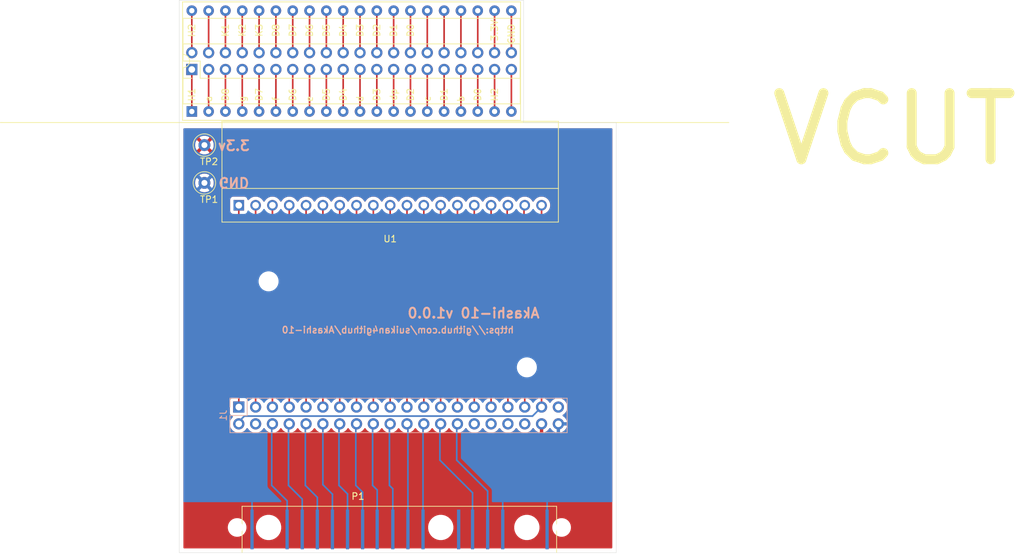
<source format=kicad_pcb>
(kicad_pcb (version 20171130) (host pcbnew 5.1.12-84ad8e8a86~92~ubuntu20.04.1)

  (general
    (thickness 1.6)
    (drawings 49)
    (tracks 137)
    (zones 0)
    (modules 14)
    (nets 81)
  )

  (page A4)
  (layers
    (0 F.Cu signal)
    (31 B.Cu signal)
    (32 B.Adhes user)
    (33 F.Adhes user)
    (34 B.Paste user)
    (35 F.Paste user)
    (36 B.SilkS user)
    (37 F.SilkS user)
    (38 B.Mask user)
    (39 F.Mask user)
    (40 Dwgs.User user)
    (41 Cmts.User user)
    (42 Eco1.User user)
    (43 Eco2.User user)
    (44 Edge.Cuts user)
    (45 Margin user)
    (46 B.CrtYd user hide)
    (47 F.CrtYd user hide)
    (48 B.Fab user)
    (49 F.Fab user hide)
  )

  (setup
    (last_trace_width 0.25)
    (trace_clearance 0.2)
    (zone_clearance 0.508)
    (zone_45_only no)
    (trace_min 0.2)
    (via_size 0.8)
    (via_drill 0.4)
    (via_min_size 0.4)
    (via_min_drill 0.3)
    (uvia_size 0.3)
    (uvia_drill 0.1)
    (uvias_allowed no)
    (uvia_min_size 0.2)
    (uvia_min_drill 0.1)
    (edge_width 0.05)
    (segment_width 0.2)
    (pcb_text_width 0.3)
    (pcb_text_size 1.5 1.5)
    (mod_edge_width 0.12)
    (mod_text_size 1 1)
    (mod_text_width 0.15)
    (pad_size 2.8 2.8)
    (pad_drill 2.8)
    (pad_to_mask_clearance 0)
    (aux_axis_origin 0 0)
    (grid_origin 119 138)
    (visible_elements FFFFEF7F)
    (pcbplotparams
      (layerselection 0x010fc_ffffffff)
      (usegerberextensions true)
      (usegerberattributes true)
      (usegerberadvancedattributes true)
      (creategerberjobfile false)
      (excludeedgelayer true)
      (linewidth 0.100000)
      (plotframeref false)
      (viasonmask false)
      (mode 1)
      (useauxorigin false)
      (hpglpennumber 1)
      (hpglpenspeed 20)
      (hpglpendiameter 15.000000)
      (psnegative false)
      (psa4output false)
      (plotreference true)
      (plotvalue true)
      (plotinvisibletext false)
      (padsonsilk false)
      (subtractmaskfromsilk false)
      (outputformat 1)
      (mirror false)
      (drillshape 0)
      (scaleselection 1)
      (outputdirectory "gerber/"))
  )

  (net 0 "")
  (net 1 GND)
  (net 2 "Net-(P1-Pad12)")
  (net 3 +3V3)
  (net 4 "Net-(J1-Pad39)")
  (net 5 "Net-(J1-Pad2)")
  (net 6 "Net-(J1-Pad36)")
  (net 7 "Net-(J1-Pad35)")
  (net 8 "Net-(J1-Pad34)")
  (net 9 "Net-(J1-Pad33)")
  (net 10 "Net-(J1-Pad32)")
  (net 11 "Net-(J1-Pad31)")
  (net 12 "Net-(J1-Pad30)")
  (net 13 "Net-(J1-Pad29)")
  (net 14 "Net-(J1-Pad28)")
  (net 15 "Net-(J1-Pad27)")
  (net 16 "Net-(J1-Pad26)")
  (net 17 "Net-(J1-Pad25)")
  (net 18 "Net-(J1-Pad24)")
  (net 19 "Net-(J1-Pad23)")
  (net 20 "Net-(J1-Pad22)")
  (net 21 "Net-(J1-Pad21)")
  (net 22 "Net-(J1-Pad20)")
  (net 23 "Net-(J1-Pad19)")
  (net 24 "Net-(J1-Pad18)")
  (net 25 "Net-(J1-Pad17)")
  (net 26 "Net-(J1-Pad16)")
  (net 27 "Net-(J1-Pad15)")
  (net 28 "Net-(J1-Pad14)")
  (net 29 "Net-(J1-Pad13)")
  (net 30 "Net-(J1-Pad12)")
  (net 31 "Net-(J1-Pad11)")
  (net 32 "Net-(J1-Pad10)")
  (net 33 "Net-(J1-Pad9)")
  (net 34 "Net-(J1-Pad8)")
  (net 35 "Net-(J1-Pad7)")
  (net 36 "Net-(J1-Pad6)")
  (net 37 "Net-(J1-Pad5)")
  (net 38 "Net-(J1-Pad4)")
  (net 39 "Net-(J1-Pad3)")
  (net 40 "Net-(J1-Pad1)")
  (net 41 "Net-(J2-Pad40)")
  (net 42 "Net-(J2-Pad39)")
  (net 43 "Net-(J2-Pad38)")
  (net 44 "Net-(J2-Pad37)")
  (net 45 "Net-(J2-Pad36)")
  (net 46 "Net-(J2-Pad35)")
  (net 47 "Net-(J2-Pad34)")
  (net 48 "Net-(J2-Pad33)")
  (net 49 "Net-(J2-Pad32)")
  (net 50 "Net-(J2-Pad31)")
  (net 51 "Net-(J2-Pad30)")
  (net 52 "Net-(J2-Pad29)")
  (net 53 "Net-(J2-Pad28)")
  (net 54 "Net-(J2-Pad27)")
  (net 55 "Net-(J2-Pad26)")
  (net 56 "Net-(J2-Pad25)")
  (net 57 "Net-(J2-Pad24)")
  (net 58 "Net-(J2-Pad23)")
  (net 59 "Net-(J2-Pad22)")
  (net 60 "Net-(J2-Pad21)")
  (net 61 "Net-(J2-Pad20)")
  (net 62 "Net-(J2-Pad19)")
  (net 63 "Net-(J2-Pad18)")
  (net 64 "Net-(J2-Pad17)")
  (net 65 "Net-(J2-Pad16)")
  (net 66 "Net-(J2-Pad15)")
  (net 67 "Net-(J2-Pad14)")
  (net 68 "Net-(J2-Pad13)")
  (net 69 "Net-(J2-Pad12)")
  (net 70 "Net-(J2-Pad11)")
  (net 71 "Net-(J2-Pad10)")
  (net 72 "Net-(J2-Pad9)")
  (net 73 "Net-(J2-Pad8)")
  (net 74 "Net-(J2-Pad7)")
  (net 75 "Net-(J2-Pad6)")
  (net 76 "Net-(J2-Pad5)")
  (net 77 "Net-(J2-Pad4)")
  (net 78 "Net-(J2-Pad3)")
  (net 79 "Net-(J2-Pad2)")
  (net 80 "Net-(J2-Pad1)")

  (net_class Default "This is the default net class."
    (clearance 0.2)
    (trace_width 0.25)
    (via_dia 0.8)
    (via_drill 0.4)
    (uvia_dia 0.3)
    (uvia_drill 0.1)
    (add_net +3V3)
    (add_net GND)
    (add_net "Net-(J1-Pad1)")
    (add_net "Net-(J1-Pad10)")
    (add_net "Net-(J1-Pad11)")
    (add_net "Net-(J1-Pad12)")
    (add_net "Net-(J1-Pad13)")
    (add_net "Net-(J1-Pad14)")
    (add_net "Net-(J1-Pad15)")
    (add_net "Net-(J1-Pad16)")
    (add_net "Net-(J1-Pad17)")
    (add_net "Net-(J1-Pad18)")
    (add_net "Net-(J1-Pad19)")
    (add_net "Net-(J1-Pad2)")
    (add_net "Net-(J1-Pad20)")
    (add_net "Net-(J1-Pad21)")
    (add_net "Net-(J1-Pad22)")
    (add_net "Net-(J1-Pad23)")
    (add_net "Net-(J1-Pad24)")
    (add_net "Net-(J1-Pad25)")
    (add_net "Net-(J1-Pad26)")
    (add_net "Net-(J1-Pad27)")
    (add_net "Net-(J1-Pad28)")
    (add_net "Net-(J1-Pad29)")
    (add_net "Net-(J1-Pad3)")
    (add_net "Net-(J1-Pad30)")
    (add_net "Net-(J1-Pad31)")
    (add_net "Net-(J1-Pad32)")
    (add_net "Net-(J1-Pad33)")
    (add_net "Net-(J1-Pad34)")
    (add_net "Net-(J1-Pad35)")
    (add_net "Net-(J1-Pad36)")
    (add_net "Net-(J1-Pad39)")
    (add_net "Net-(J1-Pad4)")
    (add_net "Net-(J1-Pad5)")
    (add_net "Net-(J1-Pad6)")
    (add_net "Net-(J1-Pad7)")
    (add_net "Net-(J1-Pad8)")
    (add_net "Net-(J1-Pad9)")
    (add_net "Net-(J2-Pad1)")
    (add_net "Net-(J2-Pad10)")
    (add_net "Net-(J2-Pad11)")
    (add_net "Net-(J2-Pad12)")
    (add_net "Net-(J2-Pad13)")
    (add_net "Net-(J2-Pad14)")
    (add_net "Net-(J2-Pad15)")
    (add_net "Net-(J2-Pad16)")
    (add_net "Net-(J2-Pad17)")
    (add_net "Net-(J2-Pad18)")
    (add_net "Net-(J2-Pad19)")
    (add_net "Net-(J2-Pad2)")
    (add_net "Net-(J2-Pad20)")
    (add_net "Net-(J2-Pad21)")
    (add_net "Net-(J2-Pad22)")
    (add_net "Net-(J2-Pad23)")
    (add_net "Net-(J2-Pad24)")
    (add_net "Net-(J2-Pad25)")
    (add_net "Net-(J2-Pad26)")
    (add_net "Net-(J2-Pad27)")
    (add_net "Net-(J2-Pad28)")
    (add_net "Net-(J2-Pad29)")
    (add_net "Net-(J2-Pad3)")
    (add_net "Net-(J2-Pad30)")
    (add_net "Net-(J2-Pad31)")
    (add_net "Net-(J2-Pad32)")
    (add_net "Net-(J2-Pad33)")
    (add_net "Net-(J2-Pad34)")
    (add_net "Net-(J2-Pad35)")
    (add_net "Net-(J2-Pad36)")
    (add_net "Net-(J2-Pad37)")
    (add_net "Net-(J2-Pad38)")
    (add_net "Net-(J2-Pad39)")
    (add_net "Net-(J2-Pad4)")
    (add_net "Net-(J2-Pad40)")
    (add_net "Net-(J2-Pad5)")
    (add_net "Net-(J2-Pad6)")
    (add_net "Net-(J2-Pad7)")
    (add_net "Net-(J2-Pad8)")
    (add_net "Net-(J2-Pad9)")
    (add_net "Net-(P1-Pad12)")
  )

  (module hole:hole_2.8mm (layer F.Cu) (tedit 62A5755A) (tstamp 62A59496)
    (at 171.5 134.2)
    (fp_text reference REF** (at 0.5 2.5) (layer F.SilkS) hide
      (effects (font (size 1 1) (thickness 0.15)))
    )
    (fp_text value hole_2.8mm (at 0 -3) (layer F.Fab)
      (effects (font (size 1 1) (thickness 0.15)))
    )
    (pad "" np_thru_hole circle (at 0 0) (size 2.8 2.8) (drill 2.8) (layers *.Cu *.Mask))
  )

  (module hole:hole_2.8mm (layer F.Cu) (tedit 62A5755A) (tstamp 62A59485)
    (at 158.5 134.2)
    (fp_text reference REF** (at 0.5 2.5) (layer F.SilkS) hide
      (effects (font (size 1 1) (thickness 0.15)))
    )
    (fp_text value hole_2.8mm (at 0 -3) (layer F.Fab)
      (effects (font (size 1 1) (thickness 0.15)))
    )
    (pad "" np_thru_hole circle (at 0 0) (size 2.8 2.8) (drill 2.8) (layers *.Cu *.Mask))
  )

  (module hole:hole_2.8mm (layer F.Cu) (tedit 62A5755A) (tstamp 62A5940A)
    (at 132.5 134.2)
    (fp_text reference REF** (at 0.5 2.5) (layer F.SilkS) hide
      (effects (font (size 1 1) (thickness 0.15)))
    )
    (fp_text value hole_2.8mm (at 0 -3) (layer F.Fab)
      (effects (font (size 1 1) (thickness 0.15)))
    )
    (pad "" np_thru_hole circle (at 0 0) (size 2.8 2.8) (drill 2.8) (layers *.Cu *.Mask))
  )

  (module hole:hole_1.8mm (layer F.Cu) (tedit 62A57580) (tstamp 62A5972D)
    (at 127.75 134.2)
    (fp_text reference REF** (at 0.5 2.5) (layer F.SilkS) hide
      (effects (font (size 1 1) (thickness 0.15)))
    )
    (fp_text value hole_1.8mm (at 0 -3) (layer F.Fab)
      (effects (font (size 1 1) (thickness 0.15)))
    )
    (pad "" np_thru_hole circle (at 0 0) (size 1.8 1.8) (drill 1.8) (layers *.Cu *.Mask))
  )

  (module hole:hole_1.8mm (layer F.Cu) (tedit 62A57580) (tstamp 62A5973E)
    (at 176.75 134.2)
    (fp_text reference REF** (at 0.5 2.5) (layer F.SilkS) hide
      (effects (font (size 1 1) (thickness 0.15)))
    )
    (fp_text value hole_1.8mm (at 0 -3) (layer F.Fab)
      (effects (font (size 1 1) (thickness 0.15)))
    )
    (pad "" np_thru_hole circle (at 0 0) (size 1.8 1.8) (drill 1.8) (layers *.Cu *.Mask))
  )

  (module hole:hole_2.0mm (layer F.Cu) (tedit 62A574DC) (tstamp 62A59593)
    (at 171.5 110)
    (fp_text reference REF** (at 0.5 2.5) (layer F.SilkS) hide
      (effects (font (size 1 1) (thickness 0.15)))
    )
    (fp_text value hole_2.0mm (at 0 -3) (layer F.Fab)
      (effects (font (size 1 1) (thickness 0.15)))
    )
    (pad "" np_thru_hole circle (at 0 0) (size 2 2) (drill 2) (layers *.Cu *.Mask))
  )

  (module hole:hole_2.0mm (layer F.Cu) (tedit 62A574DC) (tstamp 62A595A4)
    (at 132.5 97)
    (fp_text reference REF** (at 0.5 2.5) (layer F.SilkS) hide
      (effects (font (size 1 1) (thickness 0.15)))
    )
    (fp_text value hole_2.0mm (at 0 -3) (layer F.Fab)
      (effects (font (size 1 1) (thickness 0.15)))
    )
    (pad "" np_thru_hole circle (at 0 0) (size 2 2) (drill 2) (layers *.Cu *.Mask))
  )

  (module Package_DIP:DIP-40_W15.24mm_Socket (layer F.Cu) (tedit 62A2747C) (tstamp 62A34E32)
    (at 120.905 71.325 90)
    (descr "40-lead though-hole mounted DIP package, row spacing 15.24 mm (600 mils), Socket")
    (tags "THT DIP DIL PDIP 2.54mm 15.24mm 600mil Socket")
    (path /62A54061)
    (fp_text reference J3 (at 11.43 0.635 90) (layer F.SilkS) hide
      (effects (font (size 1 1) (thickness 0.15)))
    )
    (fp_text value Conn_02x20_Counter_Clockwise (at 7.62 50.59 90) (layer F.Fab)
      (effects (font (size 1 1) (thickness 0.15)))
    )
    (fp_line (start 16.57 -1.39) (end -1.33 -1.39) (layer F.SilkS) (width 0.12))
    (fp_line (start 16.57 49.65) (end 16.57 -1.39) (layer F.SilkS) (width 0.12))
    (fp_line (start -1.33 49.65) (end 16.57 49.65) (layer F.SilkS) (width 0.12))
    (fp_line (start -1.33 -1.39) (end -1.33 49.65) (layer F.SilkS) (width 0.12))
    (fp_line (start 14.08 -1.33) (end 8.62 -1.33) (layer F.SilkS) (width 0.12))
    (fp_line (start 14.08 49.59) (end 14.08 -1.33) (layer F.SilkS) (width 0.12))
    (fp_line (start 1.16 49.59) (end 14.08 49.59) (layer F.SilkS) (width 0.12))
    (fp_line (start 1.16 -1.33) (end 1.16 49.59) (layer F.SilkS) (width 0.12))
    (fp_line (start 6.62 -1.33) (end 1.16 -1.33) (layer F.SilkS) (width 0.12))
    (fp_line (start 16.51 -1.33) (end -1.27 -1.33) (layer F.Fab) (width 0.1))
    (fp_line (start 16.51 49.59) (end 16.51 -1.33) (layer F.Fab) (width 0.1))
    (fp_line (start -1.27 49.59) (end 16.51 49.59) (layer F.Fab) (width 0.1))
    (fp_line (start -1.27 -1.33) (end -1.27 49.59) (layer F.Fab) (width 0.1))
    (fp_line (start 0.255 -0.27) (end 1.255 -1.27) (layer F.Fab) (width 0.1))
    (fp_line (start 0.255 49.53) (end 0.255 -0.27) (layer F.Fab) (width 0.1))
    (fp_line (start 14.985 49.53) (end 0.255 49.53) (layer F.Fab) (width 0.1))
    (fp_line (start 14.985 -1.27) (end 14.985 49.53) (layer F.Fab) (width 0.1))
    (fp_line (start 1.255 -1.27) (end 14.985 -1.27) (layer F.Fab) (width 0.1))
    (fp_text user %R (at 7.62 24.13 90) (layer F.Fab)
      (effects (font (size 1 1) (thickness 0.15)))
    )
    (fp_arc (start 7.62 -1.33) (end 6.62 -1.33) (angle -180) (layer F.SilkS) (width 0.12))
    (pad 40 thru_hole oval (at 15.24 0 90) (size 1.6 1.6) (drill 0.8) (layers *.Cu *.Mask)
      (net 79 "Net-(J2-Pad2)"))
    (pad 20 thru_hole oval (at 0 48.26 90) (size 1.6 1.6) (drill 0.8) (layers *.Cu *.Mask)
      (net 42 "Net-(J2-Pad39)"))
    (pad 39 thru_hole oval (at 15.24 2.54 90) (size 1.6 1.6) (drill 0.8) (layers *.Cu *.Mask)
      (net 77 "Net-(J2-Pad4)"))
    (pad 19 thru_hole oval (at 0 45.72 90) (size 1.6 1.6) (drill 0.8) (layers *.Cu *.Mask)
      (net 44 "Net-(J2-Pad37)"))
    (pad 38 thru_hole oval (at 15.24 5.08 90) (size 1.6 1.6) (drill 0.8) (layers *.Cu *.Mask)
      (net 75 "Net-(J2-Pad6)"))
    (pad 18 thru_hole oval (at 0 43.18 90) (size 1.6 1.6) (drill 0.8) (layers *.Cu *.Mask)
      (net 46 "Net-(J2-Pad35)"))
    (pad 37 thru_hole oval (at 15.24 7.62 90) (size 1.6 1.6) (drill 0.8) (layers *.Cu *.Mask)
      (net 73 "Net-(J2-Pad8)"))
    (pad 17 thru_hole oval (at 0 40.64 90) (size 1.6 1.6) (drill 0.8) (layers *.Cu *.Mask)
      (net 48 "Net-(J2-Pad33)"))
    (pad 36 thru_hole oval (at 15.24 10.16 90) (size 1.6 1.6) (drill 0.8) (layers *.Cu *.Mask)
      (net 71 "Net-(J2-Pad10)"))
    (pad 16 thru_hole oval (at 0 38.1 90) (size 1.6 1.6) (drill 0.8) (layers *.Cu *.Mask)
      (net 50 "Net-(J2-Pad31)"))
    (pad 35 thru_hole oval (at 15.24 12.7 90) (size 1.6 1.6) (drill 0.8) (layers *.Cu *.Mask)
      (net 69 "Net-(J2-Pad12)"))
    (pad 15 thru_hole oval (at 0 35.56 90) (size 1.6 1.6) (drill 0.8) (layers *.Cu *.Mask)
      (net 52 "Net-(J2-Pad29)"))
    (pad 34 thru_hole oval (at 15.24 15.24 90) (size 1.6 1.6) (drill 0.8) (layers *.Cu *.Mask)
      (net 67 "Net-(J2-Pad14)"))
    (pad 14 thru_hole oval (at 0 33.02 90) (size 1.6 1.6) (drill 0.8) (layers *.Cu *.Mask)
      (net 54 "Net-(J2-Pad27)"))
    (pad 33 thru_hole oval (at 15.24 17.78 90) (size 1.6 1.6) (drill 0.8) (layers *.Cu *.Mask)
      (net 65 "Net-(J2-Pad16)"))
    (pad 13 thru_hole oval (at 0 30.48 90) (size 1.6 1.6) (drill 0.8) (layers *.Cu *.Mask)
      (net 56 "Net-(J2-Pad25)"))
    (pad 32 thru_hole oval (at 15.24 20.32 90) (size 1.6 1.6) (drill 0.8) (layers *.Cu *.Mask)
      (net 63 "Net-(J2-Pad18)"))
    (pad 12 thru_hole oval (at 0 27.94 90) (size 1.6 1.6) (drill 0.8) (layers *.Cu *.Mask)
      (net 58 "Net-(J2-Pad23)"))
    (pad 31 thru_hole oval (at 15.24 22.86 90) (size 1.6 1.6) (drill 0.8) (layers *.Cu *.Mask)
      (net 61 "Net-(J2-Pad20)"))
    (pad 11 thru_hole oval (at 0 25.4 90) (size 1.6 1.6) (drill 0.8) (layers *.Cu *.Mask)
      (net 60 "Net-(J2-Pad21)"))
    (pad 30 thru_hole oval (at 15.24 25.4 90) (size 1.6 1.6) (drill 0.8) (layers *.Cu *.Mask)
      (net 59 "Net-(J2-Pad22)"))
    (pad 10 thru_hole oval (at 0 22.86 90) (size 1.6 1.6) (drill 0.8) (layers *.Cu *.Mask)
      (net 62 "Net-(J2-Pad19)"))
    (pad 29 thru_hole oval (at 15.24 27.94 90) (size 1.6 1.6) (drill 0.8) (layers *.Cu *.Mask)
      (net 57 "Net-(J2-Pad24)"))
    (pad 9 thru_hole oval (at 0 20.32 90) (size 1.6 1.6) (drill 0.8) (layers *.Cu *.Mask)
      (net 64 "Net-(J2-Pad17)"))
    (pad 28 thru_hole oval (at 15.24 30.48 90) (size 1.6 1.6) (drill 0.8) (layers *.Cu *.Mask)
      (net 55 "Net-(J2-Pad26)"))
    (pad 8 thru_hole oval (at 0 17.78 90) (size 1.6 1.6) (drill 0.8) (layers *.Cu *.Mask)
      (net 66 "Net-(J2-Pad15)"))
    (pad 27 thru_hole oval (at 15.24 33.02 90) (size 1.6 1.6) (drill 0.8) (layers *.Cu *.Mask)
      (net 53 "Net-(J2-Pad28)"))
    (pad 7 thru_hole oval (at 0 15.24 90) (size 1.6 1.6) (drill 0.8) (layers *.Cu *.Mask)
      (net 68 "Net-(J2-Pad13)"))
    (pad 26 thru_hole oval (at 15.24 35.56 90) (size 1.6 1.6) (drill 0.8) (layers *.Cu *.Mask)
      (net 51 "Net-(J2-Pad30)"))
    (pad 6 thru_hole oval (at 0 12.7 90) (size 1.6 1.6) (drill 0.8) (layers *.Cu *.Mask)
      (net 70 "Net-(J2-Pad11)"))
    (pad 25 thru_hole oval (at 15.24 38.1 90) (size 1.6 1.6) (drill 0.8) (layers *.Cu *.Mask)
      (net 49 "Net-(J2-Pad32)"))
    (pad 5 thru_hole oval (at 0 10.16 90) (size 1.6 1.6) (drill 0.8) (layers *.Cu *.Mask)
      (net 72 "Net-(J2-Pad9)"))
    (pad 24 thru_hole oval (at 15.24 40.64 90) (size 1.6 1.6) (drill 0.8) (layers *.Cu *.Mask)
      (net 47 "Net-(J2-Pad34)"))
    (pad 4 thru_hole oval (at 0 7.62 90) (size 1.6 1.6) (drill 0.8) (layers *.Cu *.Mask)
      (net 74 "Net-(J2-Pad7)"))
    (pad 23 thru_hole oval (at 15.24 43.18 90) (size 1.6 1.6) (drill 0.8) (layers *.Cu *.Mask)
      (net 45 "Net-(J2-Pad36)"))
    (pad 3 thru_hole oval (at 0 5.08 90) (size 1.6 1.6) (drill 0.8) (layers *.Cu *.Mask)
      (net 76 "Net-(J2-Pad5)"))
    (pad 22 thru_hole oval (at 15.24 45.72 90) (size 1.6 1.6) (drill 0.8) (layers *.Cu *.Mask)
      (net 43 "Net-(J2-Pad38)"))
    (pad 2 thru_hole oval (at 0 2.54 90) (size 1.6 1.6) (drill 0.8) (layers *.Cu *.Mask)
      (net 78 "Net-(J2-Pad3)"))
    (pad 21 thru_hole oval (at 15.24 48.26 90) (size 1.6 1.6) (drill 0.8) (layers *.Cu *.Mask)
      (net 41 "Net-(J2-Pad40)"))
    (pad 1 thru_hole rect (at 0 0 90) (size 1.6 1.6) (drill 0.8) (layers *.Cu *.Mask)
      (net 80 "Net-(J2-Pad1)"))
    (model ${KISYS3DMOD}/Package_DIP.3dshapes/DIP-40_W15.24mm_Socket.wrl
      (at (xyz 0 0 0))
      (scale (xyz 1 1 1))
      (rotate (xyz 0 0 0))
    )
  )

  (module Connector_PinHeader_2.54mm:PinHeader_2x20_P2.54mm_Vertical (layer F.Cu) (tedit 59FED5CC) (tstamp 62A28BF0)
    (at 120.905 64.975 90)
    (descr "Through hole straight pin header, 2x20, 2.54mm pitch, double rows")
    (tags "Through hole pin header THT 2x20 2.54mm double row")
    (path /62A4C8D6)
    (fp_text reference J2 (at 6.35 -0.635 90) (layer F.SilkS) hide
      (effects (font (size 1 1) (thickness 0.15)))
    )
    (fp_text value Conn_02x20_Odd_Even (at 1.27 50.59 90) (layer F.Fab)
      (effects (font (size 1 1) (thickness 0.15)))
    )
    (fp_line (start 4.35 -1.8) (end -1.8 -1.8) (layer F.CrtYd) (width 0.05))
    (fp_line (start 4.35 50.05) (end 4.35 -1.8) (layer F.CrtYd) (width 0.05))
    (fp_line (start -1.8 50.05) (end 4.35 50.05) (layer F.CrtYd) (width 0.05))
    (fp_line (start -1.8 -1.8) (end -1.8 50.05) (layer F.CrtYd) (width 0.05))
    (fp_line (start -1.33 -1.33) (end 0 -1.33) (layer F.SilkS) (width 0.12))
    (fp_line (start -1.33 0) (end -1.33 -1.33) (layer F.SilkS) (width 0.12))
    (fp_line (start 1.27 -1.33) (end 3.87 -1.33) (layer F.SilkS) (width 0.12))
    (fp_line (start 1.27 1.27) (end 1.27 -1.33) (layer F.SilkS) (width 0.12))
    (fp_line (start -1.33 1.27) (end 1.27 1.27) (layer F.SilkS) (width 0.12))
    (fp_line (start 3.87 -1.33) (end 3.87 49.59) (layer F.SilkS) (width 0.12))
    (fp_line (start -1.33 1.27) (end -1.33 49.59) (layer F.SilkS) (width 0.12))
    (fp_line (start -1.33 49.59) (end 3.87 49.59) (layer F.SilkS) (width 0.12))
    (fp_line (start -1.27 0) (end 0 -1.27) (layer F.Fab) (width 0.1))
    (fp_line (start -1.27 49.53) (end -1.27 0) (layer F.Fab) (width 0.1))
    (fp_line (start 3.81 49.53) (end -1.27 49.53) (layer F.Fab) (width 0.1))
    (fp_line (start 3.81 -1.27) (end 3.81 49.53) (layer F.Fab) (width 0.1))
    (fp_line (start 0 -1.27) (end 3.81 -1.27) (layer F.Fab) (width 0.1))
    (fp_text user %R (at 1.27 24.13) (layer F.Fab)
      (effects (font (size 1 1) (thickness 0.15)))
    )
    (pad 40 thru_hole oval (at 2.54 48.26 90) (size 1.7 1.7) (drill 1) (layers *.Cu *.Mask)
      (net 41 "Net-(J2-Pad40)"))
    (pad 39 thru_hole oval (at 0 48.26 90) (size 1.7 1.7) (drill 1) (layers *.Cu *.Mask)
      (net 42 "Net-(J2-Pad39)"))
    (pad 38 thru_hole oval (at 2.54 45.72 90) (size 1.7 1.7) (drill 1) (layers *.Cu *.Mask)
      (net 43 "Net-(J2-Pad38)"))
    (pad 37 thru_hole oval (at 0 45.72 90) (size 1.7 1.7) (drill 1) (layers *.Cu *.Mask)
      (net 44 "Net-(J2-Pad37)"))
    (pad 36 thru_hole oval (at 2.54 43.18 90) (size 1.7 1.7) (drill 1) (layers *.Cu *.Mask)
      (net 45 "Net-(J2-Pad36)"))
    (pad 35 thru_hole oval (at 0 43.18 90) (size 1.7 1.7) (drill 1) (layers *.Cu *.Mask)
      (net 46 "Net-(J2-Pad35)"))
    (pad 34 thru_hole oval (at 2.54 40.64 90) (size 1.7 1.7) (drill 1) (layers *.Cu *.Mask)
      (net 47 "Net-(J2-Pad34)"))
    (pad 33 thru_hole oval (at 0 40.64 90) (size 1.7 1.7) (drill 1) (layers *.Cu *.Mask)
      (net 48 "Net-(J2-Pad33)"))
    (pad 32 thru_hole oval (at 2.54 38.1 90) (size 1.7 1.7) (drill 1) (layers *.Cu *.Mask)
      (net 49 "Net-(J2-Pad32)"))
    (pad 31 thru_hole oval (at 0 38.1 90) (size 1.7 1.7) (drill 1) (layers *.Cu *.Mask)
      (net 50 "Net-(J2-Pad31)"))
    (pad 30 thru_hole oval (at 2.54 35.56 90) (size 1.7 1.7) (drill 1) (layers *.Cu *.Mask)
      (net 51 "Net-(J2-Pad30)"))
    (pad 29 thru_hole oval (at 0 35.56 90) (size 1.7 1.7) (drill 1) (layers *.Cu *.Mask)
      (net 52 "Net-(J2-Pad29)"))
    (pad 28 thru_hole oval (at 2.54 33.02 90) (size 1.7 1.7) (drill 1) (layers *.Cu *.Mask)
      (net 53 "Net-(J2-Pad28)"))
    (pad 27 thru_hole oval (at 0 33.02 90) (size 1.7 1.7) (drill 1) (layers *.Cu *.Mask)
      (net 54 "Net-(J2-Pad27)"))
    (pad 26 thru_hole oval (at 2.54 30.48 90) (size 1.7 1.7) (drill 1) (layers *.Cu *.Mask)
      (net 55 "Net-(J2-Pad26)"))
    (pad 25 thru_hole oval (at 0 30.48 90) (size 1.7 1.7) (drill 1) (layers *.Cu *.Mask)
      (net 56 "Net-(J2-Pad25)"))
    (pad 24 thru_hole oval (at 2.54 27.94 90) (size 1.7 1.7) (drill 1) (layers *.Cu *.Mask)
      (net 57 "Net-(J2-Pad24)"))
    (pad 23 thru_hole oval (at 0 27.94 90) (size 1.7 1.7) (drill 1) (layers *.Cu *.Mask)
      (net 58 "Net-(J2-Pad23)"))
    (pad 22 thru_hole oval (at 2.54 25.4 90) (size 1.7 1.7) (drill 1) (layers *.Cu *.Mask)
      (net 59 "Net-(J2-Pad22)"))
    (pad 21 thru_hole oval (at 0 25.4 90) (size 1.7 1.7) (drill 1) (layers *.Cu *.Mask)
      (net 60 "Net-(J2-Pad21)"))
    (pad 20 thru_hole oval (at 2.54 22.86 90) (size 1.7 1.7) (drill 1) (layers *.Cu *.Mask)
      (net 61 "Net-(J2-Pad20)"))
    (pad 19 thru_hole oval (at 0 22.86 90) (size 1.7 1.7) (drill 1) (layers *.Cu *.Mask)
      (net 62 "Net-(J2-Pad19)"))
    (pad 18 thru_hole oval (at 2.54 20.32 90) (size 1.7 1.7) (drill 1) (layers *.Cu *.Mask)
      (net 63 "Net-(J2-Pad18)"))
    (pad 17 thru_hole oval (at 0 20.32 90) (size 1.7 1.7) (drill 1) (layers *.Cu *.Mask)
      (net 64 "Net-(J2-Pad17)"))
    (pad 16 thru_hole oval (at 2.54 17.78 90) (size 1.7 1.7) (drill 1) (layers *.Cu *.Mask)
      (net 65 "Net-(J2-Pad16)"))
    (pad 15 thru_hole oval (at 0 17.78 90) (size 1.7 1.7) (drill 1) (layers *.Cu *.Mask)
      (net 66 "Net-(J2-Pad15)"))
    (pad 14 thru_hole oval (at 2.54 15.24 90) (size 1.7 1.7) (drill 1) (layers *.Cu *.Mask)
      (net 67 "Net-(J2-Pad14)"))
    (pad 13 thru_hole oval (at 0 15.24 90) (size 1.7 1.7) (drill 1) (layers *.Cu *.Mask)
      (net 68 "Net-(J2-Pad13)"))
    (pad 12 thru_hole oval (at 2.54 12.7 90) (size 1.7 1.7) (drill 1) (layers *.Cu *.Mask)
      (net 69 "Net-(J2-Pad12)"))
    (pad 11 thru_hole oval (at 0 12.7 90) (size 1.7 1.7) (drill 1) (layers *.Cu *.Mask)
      (net 70 "Net-(J2-Pad11)"))
    (pad 10 thru_hole oval (at 2.54 10.16 90) (size 1.7 1.7) (drill 1) (layers *.Cu *.Mask)
      (net 71 "Net-(J2-Pad10)"))
    (pad 9 thru_hole oval (at 0 10.16 90) (size 1.7 1.7) (drill 1) (layers *.Cu *.Mask)
      (net 72 "Net-(J2-Pad9)"))
    (pad 8 thru_hole oval (at 2.54 7.62 90) (size 1.7 1.7) (drill 1) (layers *.Cu *.Mask)
      (net 73 "Net-(J2-Pad8)"))
    (pad 7 thru_hole oval (at 0 7.62 90) (size 1.7 1.7) (drill 1) (layers *.Cu *.Mask)
      (net 74 "Net-(J2-Pad7)"))
    (pad 6 thru_hole oval (at 2.54 5.08 90) (size 1.7 1.7) (drill 1) (layers *.Cu *.Mask)
      (net 75 "Net-(J2-Pad6)"))
    (pad 5 thru_hole oval (at 0 5.08 90) (size 1.7 1.7) (drill 1) (layers *.Cu *.Mask)
      (net 76 "Net-(J2-Pad5)"))
    (pad 4 thru_hole oval (at 2.54 2.54 90) (size 1.7 1.7) (drill 1) (layers *.Cu *.Mask)
      (net 77 "Net-(J2-Pad4)"))
    (pad 3 thru_hole oval (at 0 2.54 90) (size 1.7 1.7) (drill 1) (layers *.Cu *.Mask)
      (net 78 "Net-(J2-Pad3)"))
    (pad 2 thru_hole oval (at 2.54 0 90) (size 1.7 1.7) (drill 1) (layers *.Cu *.Mask)
      (net 79 "Net-(J2-Pad2)"))
    (pad 1 thru_hole rect (at 0 0 90) (size 1.7 1.7) (drill 1) (layers *.Cu *.Mask)
      (net 80 "Net-(J2-Pad1)"))
    (model ${KISYS3DMOD}/Connector_PinHeader_2.54mm.3dshapes/PinHeader_2x20_P2.54mm_Vertical.wrl
      (at (xyz 0 0 0))
      (scale (xyz 1 1 1))
      (rotate (xyz 0 0 0))
    )
  )

  (module Connector_PinHeader_2.54mm:PinHeader_2x20_P2.54mm_Vertical (layer B.Cu) (tedit 59FED5CC) (tstamp 62A34B3B)
    (at 128 116 270)
    (descr "Through hole straight pin header, 2x20, 2.54mm pitch, double rows")
    (tags "Through hole pin header THT 2x20 2.54mm double row")
    (path /62A49680)
    (fp_text reference J1 (at 1.27 2.33 270) (layer B.SilkS)
      (effects (font (size 1 1) (thickness 0.15)) (justify mirror))
    )
    (fp_text value Conn_02x20_Odd_Even (at 1.27 -50.59 270) (layer B.Fab)
      (effects (font (size 1 1) (thickness 0.15)) (justify mirror))
    )
    (fp_line (start 4.35 1.8) (end -1.8 1.8) (layer B.CrtYd) (width 0.05))
    (fp_line (start 4.35 -50.05) (end 4.35 1.8) (layer B.CrtYd) (width 0.05))
    (fp_line (start -1.8 -50.05) (end 4.35 -50.05) (layer B.CrtYd) (width 0.05))
    (fp_line (start -1.8 1.8) (end -1.8 -50.05) (layer B.CrtYd) (width 0.05))
    (fp_line (start -1.33 1.33) (end 0 1.33) (layer B.SilkS) (width 0.12))
    (fp_line (start -1.33 0) (end -1.33 1.33) (layer B.SilkS) (width 0.12))
    (fp_line (start 1.27 1.33) (end 3.87 1.33) (layer B.SilkS) (width 0.12))
    (fp_line (start 1.27 -1.27) (end 1.27 1.33) (layer B.SilkS) (width 0.12))
    (fp_line (start -1.33 -1.27) (end 1.27 -1.27) (layer B.SilkS) (width 0.12))
    (fp_line (start 3.87 1.33) (end 3.87 -49.59) (layer B.SilkS) (width 0.12))
    (fp_line (start -1.33 -1.27) (end -1.33 -49.59) (layer B.SilkS) (width 0.12))
    (fp_line (start -1.33 -49.59) (end 3.87 -49.59) (layer B.SilkS) (width 0.12))
    (fp_line (start -1.27 0) (end 0 1.27) (layer B.Fab) (width 0.1))
    (fp_line (start -1.27 -49.53) (end -1.27 0) (layer B.Fab) (width 0.1))
    (fp_line (start 3.81 -49.53) (end -1.27 -49.53) (layer B.Fab) (width 0.1))
    (fp_line (start 3.81 1.27) (end 3.81 -49.53) (layer B.Fab) (width 0.1))
    (fp_line (start 0 1.27) (end 3.81 1.27) (layer B.Fab) (width 0.1))
    (fp_text user %R (at 2.56 -33.11) (layer B.Fab)
      (effects (font (size 1 1) (thickness 0.15)) (justify mirror))
    )
    (pad 40 thru_hole oval (at 2.54 -48.26 270) (size 1.7 1.7) (drill 1) (layers *.Cu *.Mask)
      (net 1 GND))
    (pad 39 thru_hole oval (at 0 -48.26 270) (size 1.7 1.7) (drill 1) (layers *.Cu *.Mask)
      (net 4 "Net-(J1-Pad39)"))
    (pad 38 thru_hole oval (at 2.54 -45.72 270) (size 1.7 1.7) (drill 1) (layers *.Cu *.Mask)
      (net 3 +3V3))
    (pad 37 thru_hole oval (at 0 -45.72 270) (size 1.7 1.7) (drill 1) (layers *.Cu *.Mask)
      (net 5 "Net-(J1-Pad2)"))
    (pad 36 thru_hole oval (at 2.54 -43.18 270) (size 1.7 1.7) (drill 1) (layers *.Cu *.Mask)
      (net 6 "Net-(J1-Pad36)"))
    (pad 35 thru_hole oval (at 0 -43.18 270) (size 1.7 1.7) (drill 1) (layers *.Cu *.Mask)
      (net 7 "Net-(J1-Pad35)"))
    (pad 34 thru_hole oval (at 2.54 -40.64 270) (size 1.7 1.7) (drill 1) (layers *.Cu *.Mask)
      (net 8 "Net-(J1-Pad34)"))
    (pad 33 thru_hole oval (at 0 -40.64 270) (size 1.7 1.7) (drill 1) (layers *.Cu *.Mask)
      (net 9 "Net-(J1-Pad33)"))
    (pad 32 thru_hole oval (at 2.54 -38.1 270) (size 1.7 1.7) (drill 1) (layers *.Cu *.Mask)
      (net 10 "Net-(J1-Pad32)"))
    (pad 31 thru_hole oval (at 0 -38.1 270) (size 1.7 1.7) (drill 1) (layers *.Cu *.Mask)
      (net 11 "Net-(J1-Pad31)"))
    (pad 30 thru_hole oval (at 2.54 -35.56 270) (size 1.7 1.7) (drill 1) (layers *.Cu *.Mask)
      (net 12 "Net-(J1-Pad30)"))
    (pad 29 thru_hole oval (at 0 -35.56 270) (size 1.7 1.7) (drill 1) (layers *.Cu *.Mask)
      (net 13 "Net-(J1-Pad29)"))
    (pad 28 thru_hole oval (at 2.54 -33.02 270) (size 1.7 1.7) (drill 1) (layers *.Cu *.Mask)
      (net 14 "Net-(J1-Pad28)"))
    (pad 27 thru_hole oval (at 0 -33.02 270) (size 1.7 1.7) (drill 1) (layers *.Cu *.Mask)
      (net 15 "Net-(J1-Pad27)"))
    (pad 26 thru_hole oval (at 2.54 -30.48 270) (size 1.7 1.7) (drill 1) (layers *.Cu *.Mask)
      (net 16 "Net-(J1-Pad26)"))
    (pad 25 thru_hole oval (at 0 -30.48 270) (size 1.7 1.7) (drill 1) (layers *.Cu *.Mask)
      (net 17 "Net-(J1-Pad25)"))
    (pad 24 thru_hole oval (at 2.54 -27.94 270) (size 1.7 1.7) (drill 1) (layers *.Cu *.Mask)
      (net 18 "Net-(J1-Pad24)"))
    (pad 23 thru_hole oval (at 0 -27.94 270) (size 1.7 1.7) (drill 1) (layers *.Cu *.Mask)
      (net 19 "Net-(J1-Pad23)"))
    (pad 22 thru_hole oval (at 2.54 -25.4 270) (size 1.7 1.7) (drill 1) (layers *.Cu *.Mask)
      (net 20 "Net-(J1-Pad22)"))
    (pad 21 thru_hole oval (at 0 -25.4 270) (size 1.7 1.7) (drill 1) (layers *.Cu *.Mask)
      (net 21 "Net-(J1-Pad21)"))
    (pad 20 thru_hole oval (at 2.54 -22.86 270) (size 1.7 1.7) (drill 1) (layers *.Cu *.Mask)
      (net 22 "Net-(J1-Pad20)"))
    (pad 19 thru_hole oval (at 0 -22.86 270) (size 1.7 1.7) (drill 1) (layers *.Cu *.Mask)
      (net 23 "Net-(J1-Pad19)"))
    (pad 18 thru_hole oval (at 2.54 -20.32 270) (size 1.7 1.7) (drill 1) (layers *.Cu *.Mask)
      (net 24 "Net-(J1-Pad18)"))
    (pad 17 thru_hole oval (at 0 -20.32 270) (size 1.7 1.7) (drill 1) (layers *.Cu *.Mask)
      (net 25 "Net-(J1-Pad17)"))
    (pad 16 thru_hole oval (at 2.54 -17.78 270) (size 1.7 1.7) (drill 1) (layers *.Cu *.Mask)
      (net 26 "Net-(J1-Pad16)"))
    (pad 15 thru_hole oval (at 0 -17.78 270) (size 1.7 1.7) (drill 1) (layers *.Cu *.Mask)
      (net 27 "Net-(J1-Pad15)"))
    (pad 14 thru_hole oval (at 2.54 -15.24 270) (size 1.7 1.7) (drill 1) (layers *.Cu *.Mask)
      (net 28 "Net-(J1-Pad14)"))
    (pad 13 thru_hole oval (at 0 -15.24 270) (size 1.7 1.7) (drill 1) (layers *.Cu *.Mask)
      (net 29 "Net-(J1-Pad13)"))
    (pad 12 thru_hole oval (at 2.54 -12.7 270) (size 1.7 1.7) (drill 1) (layers *.Cu *.Mask)
      (net 30 "Net-(J1-Pad12)"))
    (pad 11 thru_hole oval (at 0 -12.7 270) (size 1.7 1.7) (drill 1) (layers *.Cu *.Mask)
      (net 31 "Net-(J1-Pad11)"))
    (pad 10 thru_hole oval (at 2.54 -10.16 270) (size 1.7 1.7) (drill 1) (layers *.Cu *.Mask)
      (net 32 "Net-(J1-Pad10)"))
    (pad 9 thru_hole oval (at 0 -10.16 270) (size 1.7 1.7) (drill 1) (layers *.Cu *.Mask)
      (net 33 "Net-(J1-Pad9)"))
    (pad 8 thru_hole oval (at 2.54 -7.62 270) (size 1.7 1.7) (drill 1) (layers *.Cu *.Mask)
      (net 34 "Net-(J1-Pad8)"))
    (pad 7 thru_hole oval (at 0 -7.62 270) (size 1.7 1.7) (drill 1) (layers *.Cu *.Mask)
      (net 35 "Net-(J1-Pad7)"))
    (pad 6 thru_hole oval (at 2.54 -5.08 270) (size 1.7 1.7) (drill 1) (layers *.Cu *.Mask)
      (net 36 "Net-(J1-Pad6)"))
    (pad 5 thru_hole oval (at 0 -5.08 270) (size 1.7 1.7) (drill 1) (layers *.Cu *.Mask)
      (net 37 "Net-(J1-Pad5)"))
    (pad 4 thru_hole oval (at 2.54 -2.54 270) (size 1.7 1.7) (drill 1) (layers *.Cu *.Mask)
      (net 38 "Net-(J1-Pad4)"))
    (pad 3 thru_hole oval (at 0 -2.54 270) (size 1.7 1.7) (drill 1) (layers *.Cu *.Mask)
      (net 39 "Net-(J1-Pad3)"))
    (pad 2 thru_hole oval (at 2.54 0 270) (size 1.7 1.7) (drill 1) (layers *.Cu *.Mask)
      (net 5 "Net-(J1-Pad2)"))
    (pad 1 thru_hole rect (at 0 0 270) (size 1.7 1.7) (drill 1) (layers *.Cu *.Mask)
      (net 40 "Net-(J1-Pad1)"))
    (model ${KISYS3DMOD}/Connector_PinHeader_2.54mm.3dshapes/PinHeader_2x20_P2.54mm_Vertical.wrl
      (at (xyz 0 0 0))
      (scale (xyz 1 1 1))
      (rotate (xyz 0 0 0))
    )
  )

  (module 9-ST-20:9-ST-20 (layer F.Cu) (tedit 629B66B7) (tstamp 62A34C69)
    (at 128 85.5)
    (path /629F6235)
    (fp_text reference U1 (at 22.86 5.08) (layer F.SilkS)
      (effects (font (size 1 1) (thickness 0.15)))
    )
    (fp_text value 9-ST-20 (at 22.86 -5.08) (layer F.Fab)
      (effects (font (size 1 1) (thickness 0.15)))
    )
    (fp_line (start -2.54 -2.54) (end 48.26 -2.54) (layer F.SilkS) (width 0.12))
    (fp_line (start 48.26 -2.54) (end 48.26 2.54) (layer F.SilkS) (width 0.12))
    (fp_line (start 48.26 2.54) (end -2.54 2.54) (layer F.SilkS) (width 0.12))
    (fp_line (start -2.54 2.54) (end -2.54 -2.54) (layer F.SilkS) (width 0.12))
    (fp_line (start -2.54 -2.54) (end -2.54 -12.7) (layer F.SilkS) (width 0.12))
    (fp_line (start -2.54 -12.7) (end 48.26 -12.7) (layer F.SilkS) (width 0.12))
    (fp_line (start 48.26 -12.7) (end 48.26 -2.54) (layer F.SilkS) (width 0.12))
    (pad 19 thru_hole circle (at 45.72 0) (size 1.6 1.6) (drill 1) (layers *.Cu *.Mask)
      (net 5 "Net-(J1-Pad2)"))
    (pad 18 thru_hole circle (at 43.18 0) (size 1.6 1.6) (drill 1) (layers *.Cu *.Mask)
      (net 7 "Net-(J1-Pad35)"))
    (pad 17 thru_hole circle (at 40.64 0) (size 1.6 1.6) (drill 1) (layers *.Cu *.Mask)
      (net 9 "Net-(J1-Pad33)"))
    (pad 16 thru_hole circle (at 38.1 0) (size 1.6 1.6) (drill 1) (layers *.Cu *.Mask)
      (net 11 "Net-(J1-Pad31)"))
    (pad 15 thru_hole circle (at 35.56 0) (size 1.6 1.6) (drill 1) (layers *.Cu *.Mask)
      (net 13 "Net-(J1-Pad29)"))
    (pad 14 thru_hole circle (at 33.02 0) (size 1.6 1.6) (drill 1) (layers *.Cu *.Mask)
      (net 15 "Net-(J1-Pad27)"))
    (pad 13 thru_hole circle (at 30.48 0) (size 1.6 1.6) (drill 1) (layers *.Cu *.Mask)
      (net 17 "Net-(J1-Pad25)"))
    (pad 12 thru_hole circle (at 27.94 0) (size 1.6 1.6) (drill 1) (layers *.Cu *.Mask)
      (net 19 "Net-(J1-Pad23)"))
    (pad 11 thru_hole circle (at 25.4 0) (size 1.6 1.6) (drill 1) (layers *.Cu *.Mask)
      (net 21 "Net-(J1-Pad21)"))
    (pad 10 thru_hole circle (at 22.86 0) (size 1.6 1.6) (drill 1) (layers *.Cu *.Mask)
      (net 23 "Net-(J1-Pad19)"))
    (pad 9 thru_hole circle (at 20.32 0) (size 1.6 1.6) (drill 1) (layers *.Cu *.Mask)
      (net 25 "Net-(J1-Pad17)"))
    (pad 8 thru_hole circle (at 17.78 0) (size 1.6 1.6) (drill 1) (layers *.Cu *.Mask)
      (net 27 "Net-(J1-Pad15)"))
    (pad 7 thru_hole circle (at 15.24 0) (size 1.6 1.6) (drill 1) (layers *.Cu *.Mask)
      (net 29 "Net-(J1-Pad13)"))
    (pad 6 thru_hole circle (at 12.7 0) (size 1.6 1.6) (drill 1) (layers *.Cu *.Mask)
      (net 31 "Net-(J1-Pad11)"))
    (pad 5 thru_hole circle (at 10.16 0) (size 1.6 1.6) (drill 1) (layers *.Cu *.Mask)
      (net 33 "Net-(J1-Pad9)"))
    (pad 4 thru_hole circle (at 7.62 0) (size 1.6 1.6) (drill 1) (layers *.Cu *.Mask)
      (net 35 "Net-(J1-Pad7)"))
    (pad 3 thru_hole circle (at 5.08 0) (size 1.6 1.6) (drill 1) (layers *.Cu *.Mask)
      (net 37 "Net-(J1-Pad5)"))
    (pad 2 thru_hole circle (at 2.54 0) (size 1.6 1.6) (drill 1) (layers *.Cu *.Mask)
      (net 39 "Net-(J1-Pad3)"))
    (pad 1 thru_hole rect (at 0 0) (size 1.6 1.6) (drill 1) (layers *.Cu *.Mask)
      (net 40 "Net-(J1-Pad1)"))
  )

  (module TestPoint:TestPoint_Loop_D2.60mm_Drill0.9mm_Beaded (layer F.Cu) (tedit 5A0F774F) (tstamp 629FDD4E)
    (at 122.81 76.405)
    (descr "wire loop with bead as test point, loop diameter2.6mm, hole diameter 0.9mm")
    (tags "test point wire loop bead")
    (path /62B5D875)
    (fp_text reference TP2 (at 0.7 2.5) (layer F.SilkS)
      (effects (font (size 1 1) (thickness 0.15)))
    )
    (fp_text value TestPoint (at 0 -2.8) (layer F.Fab)
      (effects (font (size 1 1) (thickness 0.15)))
    )
    (fp_line (start -1.3 -0.3) (end -1.3 0.3) (layer F.Fab) (width 0.12))
    (fp_line (start -1.3 0.3) (end 1.3 0.3) (layer F.Fab) (width 0.12))
    (fp_line (start 1.3 0.3) (end 1.3 -0.3) (layer F.Fab) (width 0.12))
    (fp_line (start 1.3 -0.3) (end -1.3 -0.3) (layer F.Fab) (width 0.12))
    (fp_circle (center 0 0) (end 2 0) (layer F.CrtYd) (width 0.05))
    (fp_circle (center 0 0) (end 1.7 0) (layer F.SilkS) (width 0.12))
    (fp_circle (center 0 0) (end 1.5 0) (layer F.Fab) (width 0.12))
    (fp_text user %R (at 0.7 2.5) (layer F.Fab)
      (effects (font (size 1 1) (thickness 0.15)))
    )
    (pad 1 thru_hole circle (at 0 0) (size 1.8 1.8) (drill 0.9) (layers *.Cu *.Mask)
      (net 3 +3V3))
    (model ${KISYS3DMOD}/TestPoint.3dshapes/TestPoint_Loop_D2.60mm_Drill0.9mm_Beaded.wrl
      (at (xyz 0 0 0))
      (scale (xyz 1 1 1))
      (rotate (xyz 0 0 0))
    )
  )

  (module TestPoint:TestPoint_Loop_D2.60mm_Drill0.9mm_Beaded (layer F.Cu) (tedit 5A0F774F) (tstamp 629FDD41)
    (at 122.81 82.12)
    (descr "wire loop with bead as test point, loop diameter2.6mm, hole diameter 0.9mm")
    (tags "test point wire loop bead")
    (path /62B5DCA6)
    (fp_text reference TP1 (at 0.7 2.5) (layer F.SilkS)
      (effects (font (size 1 1) (thickness 0.15)))
    )
    (fp_text value TestPoint (at 0 -2.8) (layer F.Fab)
      (effects (font (size 1 1) (thickness 0.15)))
    )
    (fp_line (start -1.3 -0.3) (end -1.3 0.3) (layer F.Fab) (width 0.12))
    (fp_line (start -1.3 0.3) (end 1.3 0.3) (layer F.Fab) (width 0.12))
    (fp_line (start 1.3 0.3) (end 1.3 -0.3) (layer F.Fab) (width 0.12))
    (fp_line (start 1.3 -0.3) (end -1.3 -0.3) (layer F.Fab) (width 0.12))
    (fp_circle (center 0 0) (end 2 0) (layer F.CrtYd) (width 0.05))
    (fp_circle (center 0 0) (end 1.7 0) (layer F.SilkS) (width 0.12))
    (fp_circle (center 0 0) (end 1.5 0) (layer F.Fab) (width 0.12))
    (fp_text user %R (at 0.7 2.5) (layer F.Fab)
      (effects (font (size 1 1) (thickness 0.15)))
    )
    (pad 1 thru_hole circle (at 0 0) (size 1.8 1.8) (drill 0.9) (layers *.Cu *.Mask)
      (net 1 GND))
    (model ${KISYS3DMOD}/TestPoint.3dshapes/TestPoint_Loop_D2.60mm_Drill0.9mm_Beaded.wrl
      (at (xyz 0 0 0))
      (scale (xyz 1 1 1))
      (rotate (xyz 0 0 0))
    )
  )

  (module EL-210-KEY:EL-210-KEY (layer F.Cu) (tedit 629CBAB2) (tstamp 629FDD34)
    (at 130 138)
    (path /629F54C5)
    (fp_text reference P1 (at 16 -8.5) (layer F.SilkS)
      (effects (font (size 1 1) (thickness 0.15)))
    )
    (fp_text value EL-210-KEY (at 27.5 -8.5) (layer F.Fab)
      (effects (font (size 1 1) (thickness 0.15)))
    )
    (fp_line (start -1.5 0) (end -1.5 -7) (layer F.SilkS) (width 0.12))
    (fp_line (start -1.5 -7) (end 45.5 -7) (layer F.SilkS) (width 0.12))
    (fp_line (start 45.5 -7) (end 46 -7) (layer F.SilkS) (width 0.12))
    (fp_line (start 46 -7) (end 46 0) (layer F.SilkS) (width 0.12))
    (pad 16 smd rect (at 44.56 -3.5) (size 0.5 6) (layers B.Cu F.Paste F.Mask)
      (net 1 GND))
    (pad 15 smd rect (at 37.86 -3.5) (size 0.5 6) (layers B.Cu F.Paste F.Mask)
      (net 1 GND))
    (pad 14 smd rect (at 35.58 -3.5) (size 0.5 6) (layers B.Cu F.Paste F.Mask)
      (net 14 "Net-(J1-Pad28)"))
    (pad 13 smd rect (at 33.3 -3.5) (size 0.5 6) (layers B.Cu F.Paste F.Mask)
      (net 16 "Net-(J1-Pad26)"))
    (pad 12 smd rect (at 31.2 -3.5) (size 0.5 6) (layers B.Cu F.Paste F.Mask)
      (net 2 "Net-(P1-Pad12)"))
    (pad 11 smd rect (at 25.82 -3.5) (size 0.5 6) (layers B.Cu F.Paste F.Mask)
      (net 18 "Net-(J1-Pad24)"))
    (pad 10 smd rect (at 23.54 -3.5) (size 0.5 6) (layers B.Cu F.Paste F.Mask)
      (net 20 "Net-(J1-Pad22)"))
    (pad 9 smd rect (at 21.26 -3.5) (size 0.5 6) (layers B.Cu F.Paste F.Mask)
      (net 22 "Net-(J1-Pad20)"))
    (pad 8 smd rect (at 18.9 -3.5) (size 0.5 6) (layers B.Cu F.Paste F.Mask)
      (net 24 "Net-(J1-Pad18)"))
    (pad 7 smd rect (at 16.7 -3.5) (size 0.5 6) (layers B.Cu F.Paste F.Mask)
      (net 26 "Net-(J1-Pad16)"))
    (pad 6 smd rect (at 14.42 -3.5) (size 0.5 6) (layers B.Cu F.Paste F.Mask)
      (net 28 "Net-(J1-Pad14)"))
    (pad 5 smd rect (at 12.14 -3.5) (size 0.5 6) (layers B.Cu F.Paste F.Mask)
      (net 30 "Net-(J1-Pad12)"))
    (pad 4 smd rect (at 9.86 -3.5) (size 0.5 6) (layers B.Cu F.Paste F.Mask)
      (net 32 "Net-(J1-Pad10)"))
    (pad 3 smd rect (at 7.58 -3.5) (size 0.5 6) (layers B.Cu F.Paste F.Mask)
      (net 34 "Net-(J1-Pad8)"))
    (pad 2 smd rect (at 5.3 -3.5) (size 0.5 6) (layers B.Cu F.Paste F.Mask)
      (net 36 "Net-(J1-Pad6)"))
    (pad 1 smd rect (at 0 -3.5) (size 0.5 6) (layers B.Cu F.Paste F.Mask)
      (net 1 GND))
  )

  (gr_text 3.3V (at 166.625 57.355 90) (layer F.SilkS)
    (effects (font (size 1 1) (thickness 0.15)) (justify right))
  )
  (gr_text GND (at 169.165 57.99 90) (layer F.SilkS)
    (effects (font (size 1 1) (thickness 0.15)) (justify right))
  )
  (gr_text D0 (at 153.925 57.99 90) (layer F.SilkS)
    (effects (font (size 1 1) (thickness 0.15)) (justify right))
  )
  (gr_text D1 (at 151.385 57.99 90) (layer F.SilkS)
    (effects (font (size 1 1) (thickness 0.15)) (justify right))
  )
  (gr_text D2 (at 148.845 57.99 90) (layer F.SilkS)
    (effects (font (size 1 1) (thickness 0.15)) (justify right))
  )
  (gr_text D3 (at 146.305 57.99 90) (layer F.SilkS)
    (effects (font (size 1 1) (thickness 0.15)) (justify right))
  )
  (gr_text D4 (at 143.765 57.99 90) (layer F.SilkS)
    (effects (font (size 1 1) (thickness 0.15)) (justify right))
  )
  (gr_text D5 (at 141.225 57.99 90) (layer F.SilkS)
    (effects (font (size 1 1) (thickness 0.15)) (justify right))
  )
  (gr_text D6 (at 138.685 57.99 90) (layer F.SilkS)
    (effects (font (size 1 1) (thickness 0.15)) (justify right))
  )
  (gr_text D7 (at 136.145 57.99 90) (layer F.SilkS)
    (effects (font (size 1 1) (thickness 0.15)) (justify right))
  )
  (gr_text D8 (at 133.605 57.99 90) (layer F.SilkS)
    (effects (font (size 1 1) (thickness 0.15)) (justify right))
  )
  (gr_text K3 (at 131.065 57.99 90) (layer F.SilkS)
    (effects (font (size 1 1) (thickness 0.15)) (justify right))
  )
  (gr_text K2 (at 128.525 57.99 90) (layer F.SilkS)
    (effects (font (size 1 1) (thickness 0.15)) (justify right))
  )
  (gr_text K1 (at 125.985 57.99 90) (layer F.SilkS)
    (effects (font (size 1 1) (thickness 0.15)) (justify right))
  )
  (gr_text H2 (at 120.905 57.99 90) (layer F.SilkS)
    (effects (font (size 1 1) (thickness 0.15)) (justify right))
  )
  (gr_text H2 (at 166.625 68.785 90) (layer F.SilkS)
    (effects (font (size 1 1) (thickness 0.15)))
  )
  (gr_text D0 (at 164.085 68.785 90) (layer F.SilkS)
    (effects (font (size 1 1) (thickness 0.15)))
  )
  (gr_text b (at 161.545 69.42 90) (layer F.SilkS)
    (effects (font (size 1 1) (thickness 0.15)))
  )
  (gr_text D1 (at 159.005 68.785 90) (layer F.SilkS)
    (effects (font (size 1 1) (thickness 0.15)))
  )
  (gr_text c (at 156.465 69.42 90) (layer F.SilkS)
    (effects (font (size 1 1) (thickness 0.15)))
  )
  (gr_text D2 (at 153.925 68.785 90) (layer F.SilkS)
    (effects (font (size 1 1) (thickness 0.15)))
  )
  (gr_text dp (at 151.385 68.785 90) (layer F.SilkS)
    (effects (font (size 1 1) (thickness 0.15)))
  )
  (gr_text D3 (at 148.845 68.785 90) (layer F.SilkS)
    (effects (font (size 1 1) (thickness 0.15)))
  )
  (gr_text d (at 146.305 69.42 90) (layer F.SilkS)
    (effects (font (size 1 1) (thickness 0.15)))
  )
  (gr_text D4 (at 143.765 68.785 90) (layer F.SilkS)
    (effects (font (size 1 1) (thickness 0.15)))
  )
  (gr_text D5 (at 141.225 68.785 90) (layer F.SilkS)
    (effects (font (size 1 1) (thickness 0.15)))
  )
  (gr_text e (at 138.685 69.42 90) (layer F.SilkS)
    (effects (font (size 1 1) (thickness 0.15)))
  )
  (gr_text D6 (at 136.145 68.785 90) (layer F.SilkS)
    (effects (font (size 1 1) (thickness 0.15)))
  )
  (gr_text f (at 133.605 69.42 90) (layer F.SilkS)
    (effects (font (size 1 1) (thickness 0.15)))
  )
  (gr_text D7 (at 131.065 68.785 90) (layer F.SilkS)
    (effects (font (size 1 1) (thickness 0.15)))
  )
  (gr_text g (at 128.525 69.42 90) (layer F.SilkS)
    (effects (font (size 1 1) (thickness 0.15)))
  )
  (gr_text D8 (at 125.985 68.785 90) (layer F.SilkS)
    (effects (font (size 1 1) (thickness 0.15)))
  )
  (gr_text a (at 123.445 69.42 90) (layer F.SilkS)
    (effects (font (size 1 1) (thickness 0.15)))
  )
  (gr_text H1 (at 120.905 68.785 90) (layer F.SilkS)
    (effects (font (size 1 1) (thickness 0.15)))
  )
  (gr_text https://github.com/suikan4github/Akashi-10 (at 152.02 104.345) (layer B.SilkS)
    (effects (font (size 1 1) (thickness 0.2)) (justify mirror))
  )
  (gr_text "Akashi-10 v1.0.0\n" (at 163.45 101.805) (layer B.SilkS)
    (effects (font (size 1.5 1.5) (thickness 0.3)) (justify mirror))
  )
  (gr_text VCUT (at 227 74) (layer F.SilkS)
    (effects (font (size 10 10) (thickness 1.5)))
  )
  (gr_line (start 202 73) (end 92 73) (layer F.SilkS) (width 0.12))
  (gr_line (start 171 73) (end 184 73) (layer Edge.Cuts) (width 0.05) (tstamp 62A5746E))
  (gr_line (start 171 54.5) (end 171 73) (layer Edge.Cuts) (width 0.05))
  (gr_line (start 119 54.5) (end 171 54.5) (layer Edge.Cuts) (width 0.05))
  (gr_line (start 119 73) (end 119 54.5) (layer Edge.Cuts) (width 0.05))
  (gr_text GND (at 127.255 82.05 180) (layer B.SilkS)
    (effects (font (size 1.5 1.5) (thickness 0.3)) (justify mirror))
  )
  (gr_text 3.3v (at 127.255 76.5) (layer B.SilkS)
    (effects (font (size 1.5 1.5) (thickness 0.3)) (justify mirror))
  )
  (gr_line (start 185 138) (end 184 138) (layer Edge.Cuts) (width 0.05) (tstamp 62A3433E))
  (gr_line (start 185 73) (end 185 138) (layer Edge.Cuts) (width 0.05))
  (gr_line (start 184 73) (end 185 73) (layer Edge.Cuts) (width 0.05))
  (gr_line (start 184 138) (end 119 138) (layer Edge.Cuts) (width 0.05) (tstamp 62A34236))
  (gr_line (start 119 138) (end 119 73) (layer Edge.Cuts) (width 0.05))

  (segment (start 130 134.5) (end 130 127.41) (width 0.25) (layer B.Cu) (net 1))
  (segment (start 167.86 134.5) (end 167.86 129.145) (width 0.25) (layer B.Cu) (net 1))
  (segment (start 167.86 129.145) (end 167.895 129.11) (width 0.25) (layer B.Cu) (net 1))
  (segment (start 174.56 134.5) (end 174.56 129.53) (width 0.25) (layer B.Cu) (net 1))
  (segment (start 173.72 85.5) (end 173.72 115.665) (width 0.25) (layer F.Cu) (net 5))
  (segment (start 173.72 115.665) (end 173.61 115.775) (width 0.25) (layer F.Cu) (net 5))
  (segment (start 172.355001 117.364999) (end 128.840001 117.364999) (width 0.25) (layer B.Cu) (net 5))
  (segment (start 173.72 116) (end 172.355001 117.364999) (width 0.25) (layer B.Cu) (net 5))
  (segment (start 128.840001 117.364999) (end 127.89 118.315) (width 0.25) (layer B.Cu) (net 5))
  (segment (start 127.89 118.315) (end 127.89 118.95) (width 0.25) (layer B.Cu) (net 5))
  (segment (start 171.18 116) (end 171.18 113.98) (width 0.25) (layer F.Cu) (net 7))
  (segment (start 171.18 113.98) (end 169.165 111.965) (width 0.25) (layer F.Cu) (net 7))
  (segment (start 169.165 111.965) (end 169.165 108.155) (width 0.25) (layer F.Cu) (net 7))
  (segment (start 169.165 108.155) (end 171.07 106.25) (width 0.25) (layer F.Cu) (net 7))
  (segment (start 171.07 106.25) (end 171.07 85.93) (width 0.25) (layer F.Cu) (net 7))
  (segment (start 168.64 116) (end 168.64 113.345) (width 0.25) (layer F.Cu) (net 9))
  (segment (start 168.64 113.345) (end 167.895 112.6) (width 0.25) (layer F.Cu) (net 9))
  (segment (start 167.895 112.6) (end 167.895 106.885) (width 0.25) (layer F.Cu) (net 9))
  (segment (start 167.895 106.885) (end 168.53 106.25) (width 0.25) (layer F.Cu) (net 9))
  (segment (start 168.53 106.25) (end 168.53 85.295) (width 0.25) (layer F.Cu) (net 9))
  (segment (start 166.1 116) (end 166.1 86.04) (width 0.25) (layer F.Cu) (net 11))
  (segment (start 166.1 86.04) (end 165.99 85.93) (width 0.25) (layer F.Cu) (net 11))
  (segment (start 163.56 85.5) (end 163.56 115.665) (width 0.25) (layer F.Cu) (net 13))
  (segment (start 163.56 115.665) (end 163.45 115.775) (width 0.25) (layer F.Cu) (net 13))
  (segment (start 165.58 134.5) (end 165.58 128.7) (width 0.25) (layer B.Cu) (net 14))
  (segment (start 165.58 128.7) (end 160.91 124.03) (width 0.25) (layer B.Cu) (net 14))
  (segment (start 160.91 124.03) (end 160.91 118.95) (width 0.25) (layer B.Cu) (net 14))
  (segment (start 161.02 85.5) (end 161.02 115.665) (width 0.25) (layer F.Cu) (net 15))
  (segment (start 161.02 115.665) (end 160.91 115.775) (width 0.25) (layer F.Cu) (net 15))
  (segment (start 163.3 134.5) (end 163.3 128.96) (width 0.25) (layer B.Cu) (net 16))
  (segment (start 163.3 128.96) (end 158.37 124.03) (width 0.25) (layer B.Cu) (net 16))
  (segment (start 158.37 124.03) (end 158.37 118.315) (width 0.25) (layer B.Cu) (net 16))
  (segment (start 158.48 85.5) (end 158.48 115.665) (width 0.25) (layer F.Cu) (net 17))
  (segment (start 158.48 115.665) (end 158.37 115.775) (width 0.25) (layer F.Cu) (net 17))
  (segment (start 155.82 134.5) (end 155.82 118.96) (width 0.25) (layer B.Cu) (net 18))
  (segment (start 155.82 118.96) (end 155.83 118.95) (width 0.25) (layer B.Cu) (net 18))
  (segment (start 155.94 85.5) (end 155.94 115.665) (width 0.25) (layer F.Cu) (net 19))
  (segment (start 155.94 115.665) (end 155.83 115.775) (width 0.25) (layer F.Cu) (net 19))
  (segment (start 153.54 134.5) (end 153.54 119.2) (width 0.25) (layer B.Cu) (net 20))
  (segment (start 153.54 119.2) (end 153.29 118.95) (width 0.25) (layer B.Cu) (net 20))
  (segment (start 153.4 85.5) (end 153.4 116.3) (width 0.25) (layer F.Cu) (net 21))
  (segment (start 153.4 116.3) (end 153.29 116.19) (width 0.25) (layer F.Cu) (net 21))
  (segment (start 153.29 116.19) (end 153.29 115.775) (width 0.25) (layer F.Cu) (net 21))
  (segment (start 151.26 134.5) (end 151.26 128.35) (width 0.25) (layer B.Cu) (net 22))
  (segment (start 151.26 128.35) (end 150.75 127.84) (width 0.25) (layer B.Cu) (net 22))
  (segment (start 150.75 127.84) (end 150.75 118.95) (width 0.25) (layer B.Cu) (net 22))
  (segment (start 150.86 116) (end 150.86 86.04) (width 0.25) (layer F.Cu) (net 23))
  (segment (start 150.86 86.04) (end 150.75 85.93) (width 0.25) (layer F.Cu) (net 23))
  (segment (start 148.9 134.5) (end 148.9 128.53) (width 0.25) (layer B.Cu) (net 24))
  (segment (start 148.9 128.53) (end 148.21 127.84) (width 0.25) (layer B.Cu) (net 24))
  (segment (start 148.21 127.84) (end 148.21 118.95) (width 0.25) (layer B.Cu) (net 24))
  (segment (start 148.21 118.95) (end 148.21 118.315) (width 0.25) (layer B.Cu) (net 24))
  (segment (start 148.32 116) (end 148.32 86.04) (width 0.25) (layer F.Cu) (net 25))
  (segment (start 148.32 86.04) (end 148.21 85.93) (width 0.25) (layer F.Cu) (net 25))
  (segment (start 146.7 134.5) (end 146.7 128.87) (width 0.25) (layer B.Cu) (net 26))
  (segment (start 146.7 128.87) (end 145.67 127.84) (width 0.25) (layer B.Cu) (net 26))
  (segment (start 145.67 127.84) (end 145.67 118.95) (width 0.25) (layer B.Cu) (net 26))
  (segment (start 145.78 85.5) (end 145.78 116.3) (width 0.25) (layer F.Cu) (net 27))
  (segment (start 145.78 116.3) (end 145.67 116.41) (width 0.25) (layer F.Cu) (net 27))
  (segment (start 144.42 134.5) (end 144.42 129.13) (width 0.25) (layer B.Cu) (net 28))
  (segment (start 144.42 129.13) (end 143.13 127.84) (width 0.25) (layer B.Cu) (net 28))
  (segment (start 143.13 127.84) (end 143.13 118.95) (width 0.25) (layer B.Cu) (net 28))
  (segment (start 143.24 85.5) (end 143.24 116.3) (width 0.25) (layer F.Cu) (net 29))
  (segment (start 143.24 116.3) (end 143.13 116.41) (width 0.25) (layer F.Cu) (net 29))
  (segment (start 143.24 116) (end 143.24 116.3) (width 0.25) (layer F.Cu) (net 29))
  (segment (start 140.7 118.54) (end 140.7 127.73) (width 0.25) (layer B.Cu) (net 30))
  (segment (start 142.14 129.17) (end 140.7 127.73) (width 0.25) (layer B.Cu) (net 30))
  (segment (start 142.14 134.5) (end 142.14 129.17) (width 0.25) (layer B.Cu) (net 30))
  (segment (start 140.7 116) (end 140.7 86.04) (width 0.25) (layer F.Cu) (net 31))
  (segment (start 140.7 86.04) (end 140.59 85.93) (width 0.25) (layer F.Cu) (net 31))
  (segment (start 139.86 134.5) (end 139.86 129.65) (width 0.25) (layer B.Cu) (net 32))
  (segment (start 139.86 129.65) (end 138.05 127.84) (width 0.25) (layer B.Cu) (net 32))
  (segment (start 138.05 127.84) (end 138.05 118.95) (width 0.25) (layer B.Cu) (net 32))
  (segment (start 138.16 85.5) (end 138.16 116.3) (width 0.25) (layer F.Cu) (net 33))
  (segment (start 138.16 116.3) (end 138.05 116.41) (width 0.25) (layer F.Cu) (net 33))
  (segment (start 138.16 116) (end 138.16 116.3) (width 0.25) (layer F.Cu) (net 33))
  (segment (start 137.58 134.5) (end 137.58 129.91) (width 0.25) (layer B.Cu) (net 34))
  (segment (start 137.58 129.91) (end 135.51 127.84) (width 0.25) (layer B.Cu) (net 34))
  (segment (start 135.51 127.84) (end 135.51 118.95) (width 0.25) (layer B.Cu) (net 34))
  (segment (start 135.62 116) (end 135.62 86.04) (width 0.25) (layer F.Cu) (net 35))
  (segment (start 135.62 86.04) (end 135.51 85.93) (width 0.25) (layer F.Cu) (net 35))
  (segment (start 135.3 134.5) (end 135.3 130.17) (width 0.25) (layer B.Cu) (net 36))
  (segment (start 135.3 130.17) (end 132.97 127.84) (width 0.25) (layer B.Cu) (net 36))
  (segment (start 132.97 127.84) (end 132.97 118.95) (width 0.25) (layer B.Cu) (net 36))
  (segment (start 133.08 116) (end 133.08 100.01) (width 0.25) (layer F.Cu) (net 37))
  (segment (start 133.08 100.01) (end 134.24 98.85) (width 0.25) (layer F.Cu) (net 37))
  (segment (start 133.08 85.5) (end 133.08 93.44) (width 0.25) (layer F.Cu) (net 37))
  (segment (start 133.08 93.44) (end 134.24 94.6) (width 0.25) (layer F.Cu) (net 37))
  (segment (start 134.24 94.6) (end 134.24 96.09) (width 0.25) (layer F.Cu) (net 37))
  (segment (start 134.24 96.09) (end 134.24 94.82) (width 0.25) (layer F.Cu) (net 37))
  (segment (start 134.24 98.85) (end 134.24 96.09) (width 0.25) (layer F.Cu) (net 37))
  (segment (start 130.54 85.5) (end 130.54 116.3) (width 0.25) (layer F.Cu) (net 39))
  (segment (start 130.54 116.3) (end 130.43 116.41) (width 0.25) (layer F.Cu) (net 39))
  (segment (start 128 116) (end 128 86.04) (width 0.25) (layer F.Cu) (net 40))
  (segment (start 128 86.04) (end 127.89 85.93) (width 0.25) (layer F.Cu) (net 40))
  (segment (start 169.165 56.085) (end 169.165 62.435) (width 0.25) (layer F.Cu) (net 41))
  (segment (start 169.165 64.975) (end 169.165 71.325) (width 0.25) (layer F.Cu) (net 42))
  (segment (start 166.625 62.435) (end 166.625 56.085) (width 0.25) (layer F.Cu) (net 43))
  (segment (start 166.625 71.325) (end 166.625 64.975) (width 0.25) (layer F.Cu) (net 44))
  (segment (start 164.085 56.085) (end 164.085 62.435) (width 0.25) (layer F.Cu) (net 45))
  (segment (start 164.085 64.975) (end 164.085 71.325) (width 0.25) (layer F.Cu) (net 46))
  (segment (start 161.545 62.435) (end 161.545 56.085) (width 0.25) (layer F.Cu) (net 47))
  (segment (start 161.545 71.325) (end 161.545 64.975) (width 0.25) (layer F.Cu) (net 48))
  (segment (start 159.005 56.085) (end 159.005 62.435) (width 0.25) (layer F.Cu) (net 49))
  (segment (start 159.005 64.975) (end 159.005 71.325) (width 0.25) (layer F.Cu) (net 50))
  (segment (start 156.465 62.435) (end 156.465 56.085) (width 0.25) (layer F.Cu) (net 51))
  (segment (start 156.465 71.325) (end 156.465 64.975) (width 0.25) (layer F.Cu) (net 52))
  (segment (start 153.925 56.085) (end 153.925 62.435) (width 0.25) (layer F.Cu) (net 53))
  (segment (start 153.925 64.975) (end 153.925 71.325) (width 0.25) (layer F.Cu) (net 54))
  (segment (start 151.385 62.435) (end 151.385 56.085) (width 0.25) (layer F.Cu) (net 55))
  (segment (start 151.385 71.325) (end 151.385 64.975) (width 0.25) (layer F.Cu) (net 56))
  (segment (start 148.845 56.085) (end 148.845 62.435) (width 0.25) (layer F.Cu) (net 57))
  (segment (start 148.845 64.975) (end 148.845 71.325) (width 0.25) (layer F.Cu) (net 58))
  (segment (start 146.305 62.435) (end 146.305 56.085) (width 0.25) (layer F.Cu) (net 59))
  (segment (start 146.305 71.325) (end 146.305 64.975) (width 0.25) (layer F.Cu) (net 60))
  (segment (start 143.765 56.085) (end 143.765 62.435) (width 0.25) (layer F.Cu) (net 61))
  (segment (start 143.765 64.975) (end 143.765 71.325) (width 0.25) (layer F.Cu) (net 62))
  (segment (start 141.225 62.435) (end 141.225 56.085) (width 0.25) (layer F.Cu) (net 63))
  (segment (start 141.225 71.325) (end 141.225 64.975) (width 0.25) (layer F.Cu) (net 64))
  (segment (start 138.685 56.085) (end 138.685 62.435) (width 0.25) (layer F.Cu) (net 65))
  (segment (start 138.685 64.975) (end 138.685 71.325) (width 0.25) (layer F.Cu) (net 66))
  (segment (start 136.145 62.435) (end 136.145 56.085) (width 0.25) (layer F.Cu) (net 67))
  (segment (start 136.145 71.325) (end 136.145 64.975) (width 0.25) (layer F.Cu) (net 68))
  (segment (start 133.605 56.085) (end 133.605 62.435) (width 0.25) (layer F.Cu) (net 69))
  (segment (start 133.605 64.975) (end 133.605 70.69) (width 0.25) (layer F.Cu) (net 70))
  (segment (start 133.605 70.69) (end 134.24 71.325) (width 0.25) (layer F.Cu) (net 70))
  (segment (start 134.24 71.325) (end 133.605 71.325) (width 0.25) (layer F.Cu) (net 70))
  (segment (start 131.065 56.085) (end 131.065 62.435) (width 0.25) (layer F.Cu) (net 71))
  (segment (start 131.065 71.325) (end 131.065 64.975) (width 0.25) (layer F.Cu) (net 72))
  (segment (start 128.525 56.085) (end 128.525 62.435) (width 0.25) (layer F.Cu) (net 73))
  (segment (start 128.525 64.975) (end 128.525 71.325) (width 0.25) (layer F.Cu) (net 74))
  (segment (start 125.985 56.085) (end 125.985 62.435) (width 0.25) (layer F.Cu) (net 75))
  (segment (start 125.985 71.325) (end 125.985 64.975) (width 0.25) (layer F.Cu) (net 76))
  (segment (start 123.445 56.085) (end 123.445 62.435) (width 0.25) (layer F.Cu) (net 77))
  (segment (start 123.445 64.975) (end 123.445 71.325) (width 0.25) (layer F.Cu) (net 78))
  (segment (start 120.905 56.085) (end 120.905 62.435) (width 0.25) (layer F.Cu) (net 79))
  (segment (start 120.905 71.325) (end 120.905 64.975) (width 0.25) (layer F.Cu) (net 80))

  (zone (net 3) (net_name +3V3) (layer F.Cu) (tstamp 62A5DE14) (hatch edge 0.508)
    (connect_pads (clearance 0.508))
    (min_thickness 0.254)
    (fill yes (arc_segments 32) (thermal_gap 0.508) (thermal_bridge_width 0.508))
    (polygon
      (pts
        (xy 184.405 137.365) (xy 119.635 137.365) (xy 119.635 73.865) (xy 184.405 73.865)
      )
    )
    (filled_polygon
      (pts
        (xy 184.278 137.238) (xy 119.762 137.238) (xy 119.762 134.048816) (xy 126.215 134.048816) (xy 126.215 134.351184)
        (xy 126.273989 134.647743) (xy 126.389701 134.927095) (xy 126.557688 135.178505) (xy 126.771495 135.392312) (xy 127.022905 135.560299)
        (xy 127.302257 135.676011) (xy 127.598816 135.735) (xy 127.901184 135.735) (xy 128.197743 135.676011) (xy 128.477095 135.560299)
        (xy 128.728505 135.392312) (xy 128.942312 135.178505) (xy 129.110299 134.927095) (xy 129.226011 134.647743) (xy 129.285 134.351184)
        (xy 129.285 134.048816) (xy 129.275205 133.99957) (xy 130.465 133.99957) (xy 130.465 134.40043) (xy 130.543204 134.793587)
        (xy 130.696607 135.163934) (xy 130.919313 135.497237) (xy 131.202763 135.780687) (xy 131.536066 136.003393) (xy 131.906413 136.156796)
        (xy 132.29957 136.235) (xy 132.70043 136.235) (xy 133.093587 136.156796) (xy 133.463934 136.003393) (xy 133.797237 135.780687)
        (xy 134.080687 135.497237) (xy 134.303393 135.163934) (xy 134.456796 134.793587) (xy 134.535 134.40043) (xy 134.535 133.99957)
        (xy 156.465 133.99957) (xy 156.465 134.40043) (xy 156.543204 134.793587) (xy 156.696607 135.163934) (xy 156.919313 135.497237)
        (xy 157.202763 135.780687) (xy 157.536066 136.003393) (xy 157.906413 136.156796) (xy 158.29957 136.235) (xy 158.70043 136.235)
        (xy 159.093587 136.156796) (xy 159.463934 136.003393) (xy 159.797237 135.780687) (xy 160.080687 135.497237) (xy 160.303393 135.163934)
        (xy 160.456796 134.793587) (xy 160.535 134.40043) (xy 160.535 133.99957) (xy 169.465 133.99957) (xy 169.465 134.40043)
        (xy 169.543204 134.793587) (xy 169.696607 135.163934) (xy 169.919313 135.497237) (xy 170.202763 135.780687) (xy 170.536066 136.003393)
        (xy 170.906413 136.156796) (xy 171.29957 136.235) (xy 171.70043 136.235) (xy 172.093587 136.156796) (xy 172.463934 136.003393)
        (xy 172.797237 135.780687) (xy 173.080687 135.497237) (xy 173.303393 135.163934) (xy 173.456796 134.793587) (xy 173.535 134.40043)
        (xy 173.535 134.048816) (xy 175.215 134.048816) (xy 175.215 134.351184) (xy 175.273989 134.647743) (xy 175.389701 134.927095)
        (xy 175.557688 135.178505) (xy 175.771495 135.392312) (xy 176.022905 135.560299) (xy 176.302257 135.676011) (xy 176.598816 135.735)
        (xy 176.901184 135.735) (xy 177.197743 135.676011) (xy 177.477095 135.560299) (xy 177.728505 135.392312) (xy 177.942312 135.178505)
        (xy 178.110299 134.927095) (xy 178.226011 134.647743) (xy 178.285 134.351184) (xy 178.285 134.048816) (xy 178.226011 133.752257)
        (xy 178.110299 133.472905) (xy 177.942312 133.221495) (xy 177.728505 133.007688) (xy 177.477095 132.839701) (xy 177.197743 132.723989)
        (xy 176.901184 132.665) (xy 176.598816 132.665) (xy 176.302257 132.723989) (xy 176.022905 132.839701) (xy 175.771495 133.007688)
        (xy 175.557688 133.221495) (xy 175.389701 133.472905) (xy 175.273989 133.752257) (xy 175.215 134.048816) (xy 173.535 134.048816)
        (xy 173.535 133.99957) (xy 173.456796 133.606413) (xy 173.303393 133.236066) (xy 173.080687 132.902763) (xy 172.797237 132.619313)
        (xy 172.463934 132.396607) (xy 172.093587 132.243204) (xy 171.70043 132.165) (xy 171.29957 132.165) (xy 170.906413 132.243204)
        (xy 170.536066 132.396607) (xy 170.202763 132.619313) (xy 169.919313 132.902763) (xy 169.696607 133.236066) (xy 169.543204 133.606413)
        (xy 169.465 133.99957) (xy 160.535 133.99957) (xy 160.456796 133.606413) (xy 160.303393 133.236066) (xy 160.080687 132.902763)
        (xy 159.797237 132.619313) (xy 159.463934 132.396607) (xy 159.093587 132.243204) (xy 158.70043 132.165) (xy 158.29957 132.165)
        (xy 157.906413 132.243204) (xy 157.536066 132.396607) (xy 157.202763 132.619313) (xy 156.919313 132.902763) (xy 156.696607 133.236066)
        (xy 156.543204 133.606413) (xy 156.465 133.99957) (xy 134.535 133.99957) (xy 134.456796 133.606413) (xy 134.303393 133.236066)
        (xy 134.080687 132.902763) (xy 133.797237 132.619313) (xy 133.463934 132.396607) (xy 133.093587 132.243204) (xy 132.70043 132.165)
        (xy 132.29957 132.165) (xy 131.906413 132.243204) (xy 131.536066 132.396607) (xy 131.202763 132.619313) (xy 130.919313 132.902763)
        (xy 130.696607 133.236066) (xy 130.543204 133.606413) (xy 130.465 133.99957) (xy 129.275205 133.99957) (xy 129.226011 133.752257)
        (xy 129.110299 133.472905) (xy 128.942312 133.221495) (xy 128.728505 133.007688) (xy 128.477095 132.839701) (xy 128.197743 132.723989)
        (xy 127.901184 132.665) (xy 127.598816 132.665) (xy 127.302257 132.723989) (xy 127.022905 132.839701) (xy 126.771495 133.007688)
        (xy 126.557688 133.221495) (xy 126.389701 133.472905) (xy 126.273989 133.752257) (xy 126.215 134.048816) (xy 119.762 134.048816)
        (xy 119.762 115.15) (xy 126.511928 115.15) (xy 126.511928 116.85) (xy 126.524188 116.974482) (xy 126.560498 117.09418)
        (xy 126.619463 117.204494) (xy 126.698815 117.301185) (xy 126.795506 117.380537) (xy 126.90582 117.439502) (xy 126.97838 117.461513)
        (xy 126.846525 117.593368) (xy 126.68401 117.836589) (xy 126.572068 118.106842) (xy 126.515 118.39374) (xy 126.515 118.68626)
        (xy 126.572068 118.973158) (xy 126.68401 119.243411) (xy 126.846525 119.486632) (xy 127.053368 119.693475) (xy 127.296589 119.85599)
        (xy 127.566842 119.967932) (xy 127.85374 120.025) (xy 128.14626 120.025) (xy 128.433158 119.967932) (xy 128.703411 119.85599)
        (xy 128.946632 119.693475) (xy 129.153475 119.486632) (xy 129.27 119.31224) (xy 129.386525 119.486632) (xy 129.593368 119.693475)
        (xy 129.836589 119.85599) (xy 130.106842 119.967932) (xy 130.39374 120.025) (xy 130.68626 120.025) (xy 130.973158 119.967932)
        (xy 131.243411 119.85599) (xy 131.486632 119.693475) (xy 131.693475 119.486632) (xy 131.81 119.31224) (xy 131.926525 119.486632)
        (xy 132.133368 119.693475) (xy 132.376589 119.85599) (xy 132.646842 119.967932) (xy 132.93374 120.025) (xy 133.22626 120.025)
        (xy 133.513158 119.967932) (xy 133.783411 119.85599) (xy 134.026632 119.693475) (xy 134.233475 119.486632) (xy 134.35 119.31224)
        (xy 134.466525 119.486632) (xy 134.673368 119.693475) (xy 134.916589 119.85599) (xy 135.186842 119.967932) (xy 135.47374 120.025)
        (xy 135.76626 120.025) (xy 136.053158 119.967932) (xy 136.323411 119.85599) (xy 136.566632 119.693475) (xy 136.773475 119.486632)
        (xy 136.89 119.31224) (xy 137.006525 119.486632) (xy 137.213368 119.693475) (xy 137.456589 119.85599) (xy 137.726842 119.967932)
        (xy 138.01374 120.025) (xy 138.30626 120.025) (xy 138.593158 119.967932) (xy 138.863411 119.85599) (xy 139.106632 119.693475)
        (xy 139.313475 119.486632) (xy 139.43 119.31224) (xy 139.546525 119.486632) (xy 139.753368 119.693475) (xy 139.996589 119.85599)
        (xy 140.266842 119.967932) (xy 140.55374 120.025) (xy 140.84626 120.025) (xy 141.133158 119.967932) (xy 141.403411 119.85599)
        (xy 141.646632 119.693475) (xy 141.853475 119.486632) (xy 141.97 119.31224) (xy 142.086525 119.486632) (xy 142.293368 119.693475)
        (xy 142.536589 119.85599) (xy 142.806842 119.967932) (xy 143.09374 120.025) (xy 143.38626 120.025) (xy 143.673158 119.967932)
        (xy 143.943411 119.85599) (xy 144.186632 119.693475) (xy 144.393475 119.486632) (xy 144.51 119.31224) (xy 144.626525 119.486632)
        (xy 144.833368 119.693475) (xy 145.076589 119.85599) (xy 145.346842 119.967932) (xy 145.63374 120.025) (xy 145.92626 120.025)
        (xy 146.213158 119.967932) (xy 146.483411 119.85599) (xy 146.726632 119.693475) (xy 146.933475 119.486632) (xy 147.05 119.31224)
        (xy 147.166525 119.486632) (xy 147.373368 119.693475) (xy 147.616589 119.85599) (xy 147.886842 119.967932) (xy 148.17374 120.025)
        (xy 148.46626 120.025) (xy 148.753158 119.967932) (xy 149.023411 119.85599) (xy 149.266632 119.693475) (xy 149.473475 119.486632)
        (xy 149.59 119.31224) (xy 149.706525 119.486632) (xy 149.913368 119.693475) (xy 150.156589 119.85599) (xy 150.426842 119.967932)
        (xy 150.71374 120.025) (xy 151.00626 120.025) (xy 151.293158 119.967932) (xy 151.563411 119.85599) (xy 151.806632 119.693475)
        (xy 152.013475 119.486632) (xy 152.13 119.31224) (xy 152.246525 119.486632) (xy 152.453368 119.693475) (xy 152.696589 119.85599)
        (xy 152.966842 119.967932) (xy 153.25374 120.025) (xy 153.54626 120.025) (xy 153.833158 119.967932) (xy 154.103411 119.85599)
        (xy 154.346632 119.693475) (xy 154.553475 119.486632) (xy 154.67 119.31224) (xy 154.786525 119.486632) (xy 154.993368 119.693475)
        (xy 155.236589 119.85599) (xy 155.506842 119.967932) (xy 155.79374 120.025) (xy 156.08626 120.025) (xy 156.373158 119.967932)
        (xy 156.643411 119.85599) (xy 156.886632 119.693475) (xy 157.093475 119.486632) (xy 157.21 119.31224) (xy 157.326525 119.486632)
        (xy 157.533368 119.693475) (xy 157.776589 119.85599) (xy 158.046842 119.967932) (xy 158.33374 120.025) (xy 158.62626 120.025)
        (xy 158.913158 119.967932) (xy 159.183411 119.85599) (xy 159.426632 119.693475) (xy 159.633475 119.486632) (xy 159.75 119.31224)
        (xy 159.866525 119.486632) (xy 160.073368 119.693475) (xy 160.316589 119.85599) (xy 160.586842 119.967932) (xy 160.87374 120.025)
        (xy 161.16626 120.025) (xy 161.453158 119.967932) (xy 161.723411 119.85599) (xy 161.966632 119.693475) (xy 162.173475 119.486632)
        (xy 162.29 119.31224) (xy 162.406525 119.486632) (xy 162.613368 119.693475) (xy 162.856589 119.85599) (xy 163.126842 119.967932)
        (xy 163.41374 120.025) (xy 163.70626 120.025) (xy 163.993158 119.967932) (xy 164.263411 119.85599) (xy 164.506632 119.693475)
        (xy 164.713475 119.486632) (xy 164.83 119.31224) (xy 164.946525 119.486632) (xy 165.153368 119.693475) (xy 165.396589 119.85599)
        (xy 165.666842 119.967932) (xy 165.95374 120.025) (xy 166.24626 120.025) (xy 166.533158 119.967932) (xy 166.803411 119.85599)
        (xy 167.046632 119.693475) (xy 167.253475 119.486632) (xy 167.37 119.31224) (xy 167.486525 119.486632) (xy 167.693368 119.693475)
        (xy 167.936589 119.85599) (xy 168.206842 119.967932) (xy 168.49374 120.025) (xy 168.78626 120.025) (xy 169.073158 119.967932)
        (xy 169.343411 119.85599) (xy 169.586632 119.693475) (xy 169.793475 119.486632) (xy 169.91 119.31224) (xy 170.026525 119.486632)
        (xy 170.233368 119.693475) (xy 170.476589 119.85599) (xy 170.746842 119.967932) (xy 171.03374 120.025) (xy 171.32626 120.025)
        (xy 171.613158 119.967932) (xy 171.883411 119.85599) (xy 172.126632 119.693475) (xy 172.333475 119.486632) (xy 172.455195 119.304466)
        (xy 172.524822 119.421355) (xy 172.719731 119.637588) (xy 172.95308 119.811641) (xy 173.215901 119.936825) (xy 173.36311 119.981476)
        (xy 173.593 119.860155) (xy 173.593 118.667) (xy 173.573 118.667) (xy 173.573 118.413) (xy 173.593 118.413)
        (xy 173.593 118.393) (xy 173.847 118.393) (xy 173.847 118.413) (xy 173.867 118.413) (xy 173.867 118.667)
        (xy 173.847 118.667) (xy 173.847 119.860155) (xy 174.07689 119.981476) (xy 174.224099 119.936825) (xy 174.48692 119.811641)
        (xy 174.720269 119.637588) (xy 174.915178 119.421355) (xy 174.984805 119.304466) (xy 175.106525 119.486632) (xy 175.313368 119.693475)
        (xy 175.556589 119.85599) (xy 175.826842 119.967932) (xy 176.11374 120.025) (xy 176.40626 120.025) (xy 176.693158 119.967932)
        (xy 176.963411 119.85599) (xy 177.206632 119.693475) (xy 177.413475 119.486632) (xy 177.57599 119.243411) (xy 177.687932 118.973158)
        (xy 177.745 118.68626) (xy 177.745 118.39374) (xy 177.687932 118.106842) (xy 177.57599 117.836589) (xy 177.413475 117.593368)
        (xy 177.206632 117.386525) (xy 177.03224 117.27) (xy 177.206632 117.153475) (xy 177.413475 116.946632) (xy 177.57599 116.703411)
        (xy 177.687932 116.433158) (xy 177.745 116.14626) (xy 177.745 115.85374) (xy 177.687932 115.566842) (xy 177.57599 115.296589)
        (xy 177.413475 115.053368) (xy 177.206632 114.846525) (xy 176.963411 114.68401) (xy 176.693158 114.572068) (xy 176.40626 114.515)
        (xy 176.11374 114.515) (xy 175.826842 114.572068) (xy 175.556589 114.68401) (xy 175.313368 114.846525) (xy 175.106525 115.053368)
        (xy 174.99 115.22776) (xy 174.873475 115.053368) (xy 174.666632 114.846525) (xy 174.48 114.721822) (xy 174.48 86.718043)
        (xy 174.634759 86.614637) (xy 174.834637 86.414759) (xy 174.99168 86.179727) (xy 175.099853 85.918574) (xy 175.155 85.641335)
        (xy 175.155 85.358665) (xy 175.099853 85.081426) (xy 174.99168 84.820273) (xy 174.834637 84.585241) (xy 174.634759 84.385363)
        (xy 174.399727 84.22832) (xy 174.138574 84.120147) (xy 173.861335 84.065) (xy 173.578665 84.065) (xy 173.301426 84.120147)
        (xy 173.040273 84.22832) (xy 172.805241 84.385363) (xy 172.605363 84.585241) (xy 172.45 84.817759) (xy 172.294637 84.585241)
        (xy 172.094759 84.385363) (xy 171.859727 84.22832) (xy 171.598574 84.120147) (xy 171.321335 84.065) (xy 171.038665 84.065)
        (xy 170.761426 84.120147) (xy 170.500273 84.22832) (xy 170.265241 84.385363) (xy 170.065363 84.585241) (xy 169.91 84.817759)
        (xy 169.754637 84.585241) (xy 169.554759 84.385363) (xy 169.319727 84.22832) (xy 169.058574 84.120147) (xy 168.781335 84.065)
        (xy 168.498665 84.065) (xy 168.221426 84.120147) (xy 167.960273 84.22832) (xy 167.725241 84.385363) (xy 167.525363 84.585241)
        (xy 167.37 84.817759) (xy 167.214637 84.585241) (xy 167.014759 84.385363) (xy 166.779727 84.22832) (xy 166.518574 84.120147)
        (xy 166.241335 84.065) (xy 165.958665 84.065) (xy 165.681426 84.120147) (xy 165.420273 84.22832) (xy 165.185241 84.385363)
        (xy 164.985363 84.585241) (xy 164.83 84.817759) (xy 164.674637 84.585241) (xy 164.474759 84.385363) (xy 164.239727 84.22832)
        (xy 163.978574 84.120147) (xy 163.701335 84.065) (xy 163.418665 84.065) (xy 163.141426 84.120147) (xy 162.880273 84.22832)
        (xy 162.645241 84.385363) (xy 162.445363 84.585241) (xy 162.29 84.817759) (xy 162.134637 84.585241) (xy 161.934759 84.385363)
        (xy 161.699727 84.22832) (xy 161.438574 84.120147) (xy 161.161335 84.065) (xy 160.878665 84.065) (xy 160.601426 84.120147)
        (xy 160.340273 84.22832) (xy 160.105241 84.385363) (xy 159.905363 84.585241) (xy 159.75 84.817759) (xy 159.594637 84.585241)
        (xy 159.394759 84.385363) (xy 159.159727 84.22832) (xy 158.898574 84.120147) (xy 158.621335 84.065) (xy 158.338665 84.065)
        (xy 158.061426 84.120147) (xy 157.800273 84.22832) (xy 157.565241 84.385363) (xy 157.365363 84.585241) (xy 157.21 84.817759)
        (xy 157.054637 84.585241) (xy 156.854759 84.385363) (xy 156.619727 84.22832) (xy 156.358574 84.120147) (xy 156.081335 84.065)
        (xy 155.798665 84.065) (xy 155.521426 84.120147) (xy 155.260273 84.22832) (xy 155.025241 84.385363) (xy 154.825363 84.585241)
        (xy 154.67 84.817759) (xy 154.514637 84.585241) (xy 154.314759 84.385363) (xy 154.079727 84.22832) (xy 153.818574 84.120147)
        (xy 153.541335 84.065) (xy 153.258665 84.065) (xy 152.981426 84.120147) (xy 152.720273 84.22832) (xy 152.485241 84.385363)
        (xy 152.285363 84.585241) (xy 152.13 84.817759) (xy 151.974637 84.585241) (xy 151.774759 84.385363) (xy 151.539727 84.22832)
        (xy 151.278574 84.120147) (xy 151.001335 84.065) (xy 150.718665 84.065) (xy 150.441426 84.120147) (xy 150.180273 84.22832)
        (xy 149.945241 84.385363) (xy 149.745363 84.585241) (xy 149.59 84.817759) (xy 149.434637 84.585241) (xy 149.234759 84.385363)
        (xy 148.999727 84.22832) (xy 148.738574 84.120147) (xy 148.461335 84.065) (xy 148.178665 84.065) (xy 147.901426 84.120147)
        (xy 147.640273 84.22832) (xy 147.405241 84.385363) (xy 147.205363 84.585241) (xy 147.05 84.817759) (xy 146.894637 84.585241)
        (xy 146.694759 84.385363) (xy 146.459727 84.22832) (xy 146.198574 84.120147) (xy 145.921335 84.065) (xy 145.638665 84.065)
        (xy 145.361426 84.120147) (xy 145.100273 84.22832) (xy 144.865241 84.385363) (xy 144.665363 84.585241) (xy 144.51 84.817759)
        (xy 144.354637 84.585241) (xy 144.154759 84.385363) (xy 143.919727 84.22832) (xy 143.658574 84.120147) (xy 143.381335 84.065)
        (xy 143.098665 84.065) (xy 142.821426 84.120147) (xy 142.560273 84.22832) (xy 142.325241 84.385363) (xy 142.125363 84.585241)
        (xy 141.97 84.817759) (xy 141.814637 84.585241) (xy 141.614759 84.385363) (xy 141.379727 84.22832) (xy 141.118574 84.120147)
        (xy 140.841335 84.065) (xy 140.558665 84.065) (xy 140.281426 84.120147) (xy 140.020273 84.22832) (xy 139.785241 84.385363)
        (xy 139.585363 84.585241) (xy 139.43 84.817759) (xy 139.274637 84.585241) (xy 139.074759 84.385363) (xy 138.839727 84.22832)
        (xy 138.578574 84.120147) (xy 138.301335 84.065) (xy 138.018665 84.065) (xy 137.741426 84.120147) (xy 137.480273 84.22832)
        (xy 137.245241 84.385363) (xy 137.045363 84.585241) (xy 136.89 84.817759) (xy 136.734637 84.585241) (xy 136.534759 84.385363)
        (xy 136.299727 84.22832) (xy 136.038574 84.120147) (xy 135.761335 84.065) (xy 135.478665 84.065) (xy 135.201426 84.120147)
        (xy 134.940273 84.22832) (xy 134.705241 84.385363) (xy 134.505363 84.585241) (xy 134.35 84.817759) (xy 134.194637 84.585241)
        (xy 133.994759 84.385363) (xy 133.759727 84.22832) (xy 133.498574 84.120147) (xy 133.221335 84.065) (xy 132.938665 84.065)
        (xy 132.661426 84.120147) (xy 132.400273 84.22832) (xy 132.165241 84.385363) (xy 131.965363 84.585241) (xy 131.81 84.817759)
        (xy 131.654637 84.585241) (xy 131.454759 84.385363) (xy 131.219727 84.22832) (xy 130.958574 84.120147) (xy 130.681335 84.065)
        (xy 130.398665 84.065) (xy 130.121426 84.120147) (xy 129.860273 84.22832) (xy 129.625241 84.385363) (xy 129.426643 84.583961)
        (xy 129.425812 84.575518) (xy 129.389502 84.45582) (xy 129.330537 84.345506) (xy 129.251185 84.248815) (xy 129.154494 84.169463)
        (xy 129.04418 84.110498) (xy 128.924482 84.074188) (xy 128.8 84.061928) (xy 127.2 84.061928) (xy 127.075518 84.074188)
        (xy 126.95582 84.110498) (xy 126.845506 84.169463) (xy 126.748815 84.248815) (xy 126.669463 84.345506) (xy 126.610498 84.45582)
        (xy 126.574188 84.575518) (xy 126.561928 84.7) (xy 126.561928 86.3) (xy 126.574188 86.424482) (xy 126.610498 86.54418)
        (xy 126.669463 86.654494) (xy 126.748815 86.751185) (xy 126.845506 86.830537) (xy 126.95582 86.889502) (xy 127.075518 86.925812)
        (xy 127.2 86.938072) (xy 127.240001 86.938072) (xy 127.24 114.511928) (xy 127.15 114.511928) (xy 127.025518 114.524188)
        (xy 126.90582 114.560498) (xy 126.795506 114.619463) (xy 126.698815 114.698815) (xy 126.619463 114.795506) (xy 126.560498 114.90582)
        (xy 126.524188 115.025518) (xy 126.511928 115.15) (xy 119.762 115.15) (xy 119.762 81.968816) (xy 121.275 81.968816)
        (xy 121.275 82.271184) (xy 121.333989 82.567743) (xy 121.449701 82.847095) (xy 121.617688 83.098505) (xy 121.831495 83.312312)
        (xy 122.082905 83.480299) (xy 122.362257 83.596011) (xy 122.658816 83.655) (xy 122.961184 83.655) (xy 123.257743 83.596011)
        (xy 123.537095 83.480299) (xy 123.788505 83.312312) (xy 124.002312 83.098505) (xy 124.170299 82.847095) (xy 124.286011 82.567743)
        (xy 124.345 82.271184) (xy 124.345 81.968816) (xy 124.286011 81.672257) (xy 124.170299 81.392905) (xy 124.002312 81.141495)
        (xy 123.788505 80.927688) (xy 123.537095 80.759701) (xy 123.257743 80.643989) (xy 122.961184 80.585) (xy 122.658816 80.585)
        (xy 122.362257 80.643989) (xy 122.082905 80.759701) (xy 121.831495 80.927688) (xy 121.617688 81.141495) (xy 121.449701 81.392905)
        (xy 121.333989 81.672257) (xy 121.275 81.968816) (xy 119.762 81.968816) (xy 119.762 77.46908) (xy 121.925525 77.46908)
        (xy 122.009208 77.723261) (xy 122.281775 77.854158) (xy 122.574642 77.929365) (xy 122.876553 77.945991) (xy 123.175907 77.903397)
        (xy 123.461199 77.803222) (xy 123.610792 77.723261) (xy 123.694475 77.46908) (xy 122.81 76.584605) (xy 121.925525 77.46908)
        (xy 119.762 77.46908) (xy 119.762 76.471553) (xy 121.269009 76.471553) (xy 121.311603 76.770907) (xy 121.411778 77.056199)
        (xy 121.491739 77.205792) (xy 121.74592 77.289475) (xy 122.630395 76.405) (xy 122.989605 76.405) (xy 123.87408 77.289475)
        (xy 124.128261 77.205792) (xy 124.259158 76.933225) (xy 124.334365 76.640358) (xy 124.350991 76.338447) (xy 124.308397 76.039093)
        (xy 124.208222 75.753801) (xy 124.128261 75.604208) (xy 123.87408 75.520525) (xy 122.989605 76.405) (xy 122.630395 76.405)
        (xy 121.74592 75.520525) (xy 121.491739 75.604208) (xy 121.360842 75.876775) (xy 121.285635 76.169642) (xy 121.269009 76.471553)
        (xy 119.762 76.471553) (xy 119.762 75.34092) (xy 121.925525 75.34092) (xy 122.81 76.225395) (xy 123.694475 75.34092)
        (xy 123.610792 75.086739) (xy 123.338225 74.955842) (xy 123.045358 74.880635) (xy 122.743447 74.864009) (xy 122.444093 74.906603)
        (xy 122.158801 75.006778) (xy 122.009208 75.086739) (xy 121.925525 75.34092) (xy 119.762 75.34092) (xy 119.762 73.992)
        (xy 184.278 73.992)
      )
    )
  )
  (zone (net 1) (net_name GND) (layer B.Cu) (tstamp 62A5DE11) (hatch edge 0.508)
    (connect_pads (clearance 0.508))
    (min_thickness 0.254)
    (fill yes (arc_segments 32) (thermal_gap 0.508) (thermal_bridge_width 0.508))
    (polygon
      (pts
        (xy 184.405 130.38) (xy 119.635 130.38) (xy 119.635 73.865) (xy 184.405 73.865)
      )
    )
    (filled_polygon
      (pts
        (xy 184.278 130.253) (xy 166.34 130.253) (xy 166.34 128.737322) (xy 166.343676 128.699999) (xy 166.34 128.662676)
        (xy 166.34 128.662667) (xy 166.329003 128.551014) (xy 166.285546 128.407753) (xy 166.214974 128.275724) (xy 166.120001 128.159999)
        (xy 166.091003 128.136201) (xy 161.67 123.715199) (xy 161.67 119.878113) (xy 161.723411 119.85599) (xy 161.966632 119.693475)
        (xy 162.173475 119.486632) (xy 162.29 119.31224) (xy 162.406525 119.486632) (xy 162.613368 119.693475) (xy 162.856589 119.85599)
        (xy 163.126842 119.967932) (xy 163.41374 120.025) (xy 163.70626 120.025) (xy 163.993158 119.967932) (xy 164.263411 119.85599)
        (xy 164.506632 119.693475) (xy 164.713475 119.486632) (xy 164.83 119.31224) (xy 164.946525 119.486632) (xy 165.153368 119.693475)
        (xy 165.396589 119.85599) (xy 165.666842 119.967932) (xy 165.95374 120.025) (xy 166.24626 120.025) (xy 166.533158 119.967932)
        (xy 166.803411 119.85599) (xy 167.046632 119.693475) (xy 167.253475 119.486632) (xy 167.37 119.31224) (xy 167.486525 119.486632)
        (xy 167.693368 119.693475) (xy 167.936589 119.85599) (xy 168.206842 119.967932) (xy 168.49374 120.025) (xy 168.78626 120.025)
        (xy 169.073158 119.967932) (xy 169.343411 119.85599) (xy 169.586632 119.693475) (xy 169.793475 119.486632) (xy 169.91 119.31224)
        (xy 170.026525 119.486632) (xy 170.233368 119.693475) (xy 170.476589 119.85599) (xy 170.746842 119.967932) (xy 171.03374 120.025)
        (xy 171.32626 120.025) (xy 171.613158 119.967932) (xy 171.883411 119.85599) (xy 172.126632 119.693475) (xy 172.333475 119.486632)
        (xy 172.45 119.31224) (xy 172.566525 119.486632) (xy 172.773368 119.693475) (xy 173.016589 119.85599) (xy 173.286842 119.967932)
        (xy 173.57374 120.025) (xy 173.86626 120.025) (xy 174.153158 119.967932) (xy 174.423411 119.85599) (xy 174.666632 119.693475)
        (xy 174.873475 119.486632) (xy 174.995195 119.304466) (xy 175.064822 119.421355) (xy 175.259731 119.637588) (xy 175.49308 119.811641)
        (xy 175.755901 119.936825) (xy 175.90311 119.981476) (xy 176.133 119.860155) (xy 176.133 118.667) (xy 176.387 118.667)
        (xy 176.387 119.860155) (xy 176.61689 119.981476) (xy 176.764099 119.936825) (xy 177.02692 119.811641) (xy 177.260269 119.637588)
        (xy 177.455178 119.421355) (xy 177.604157 119.171252) (xy 177.701481 118.896891) (xy 177.580814 118.667) (xy 176.387 118.667)
        (xy 176.133 118.667) (xy 176.113 118.667) (xy 176.113 118.413) (xy 176.133 118.413) (xy 176.133 118.393)
        (xy 176.387 118.393) (xy 176.387 118.413) (xy 177.580814 118.413) (xy 177.701481 118.183109) (xy 177.604157 117.908748)
        (xy 177.455178 117.658645) (xy 177.260269 117.442412) (xy 177.030594 117.2711) (xy 177.206632 117.153475) (xy 177.413475 116.946632)
        (xy 177.57599 116.703411) (xy 177.687932 116.433158) (xy 177.745 116.14626) (xy 177.745 115.85374) (xy 177.687932 115.566842)
        (xy 177.57599 115.296589) (xy 177.413475 115.053368) (xy 177.206632 114.846525) (xy 176.963411 114.68401) (xy 176.693158 114.572068)
        (xy 176.40626 114.515) (xy 176.11374 114.515) (xy 175.826842 114.572068) (xy 175.556589 114.68401) (xy 175.313368 114.846525)
        (xy 175.106525 115.053368) (xy 174.99 115.22776) (xy 174.873475 115.053368) (xy 174.666632 114.846525) (xy 174.423411 114.68401)
        (xy 174.153158 114.572068) (xy 173.86626 114.515) (xy 173.57374 114.515) (xy 173.286842 114.572068) (xy 173.016589 114.68401)
        (xy 172.773368 114.846525) (xy 172.566525 115.053368) (xy 172.45 115.22776) (xy 172.333475 115.053368) (xy 172.126632 114.846525)
        (xy 171.883411 114.68401) (xy 171.613158 114.572068) (xy 171.32626 114.515) (xy 171.03374 114.515) (xy 170.746842 114.572068)
        (xy 170.476589 114.68401) (xy 170.233368 114.846525) (xy 170.026525 115.053368) (xy 169.91 115.22776) (xy 169.793475 115.053368)
        (xy 169.586632 114.846525) (xy 169.343411 114.68401) (xy 169.073158 114.572068) (xy 168.78626 114.515) (xy 168.49374 114.515)
        (xy 168.206842 114.572068) (xy 167.936589 114.68401) (xy 167.693368 114.846525) (xy 167.486525 115.053368) (xy 167.37 115.22776)
        (xy 167.253475 115.053368) (xy 167.046632 114.846525) (xy 166.803411 114.68401) (xy 166.533158 114.572068) (xy 166.24626 114.515)
        (xy 165.95374 114.515) (xy 165.666842 114.572068) (xy 165.396589 114.68401) (xy 165.153368 114.846525) (xy 164.946525 115.053368)
        (xy 164.83 115.22776) (xy 164.713475 115.053368) (xy 164.506632 114.846525) (xy 164.263411 114.68401) (xy 163.993158 114.572068)
        (xy 163.70626 114.515) (xy 163.41374 114.515) (xy 163.126842 114.572068) (xy 162.856589 114.68401) (xy 162.613368 114.846525)
        (xy 162.406525 115.053368) (xy 162.29 115.22776) (xy 162.173475 115.053368) (xy 161.966632 114.846525) (xy 161.723411 114.68401)
        (xy 161.453158 114.572068) (xy 161.16626 114.515) (xy 160.87374 114.515) (xy 160.586842 114.572068) (xy 160.316589 114.68401)
        (xy 160.073368 114.846525) (xy 159.866525 115.053368) (xy 159.75 115.22776) (xy 159.633475 115.053368) (xy 159.426632 114.846525)
        (xy 159.183411 114.68401) (xy 158.913158 114.572068) (xy 158.62626 114.515) (xy 158.33374 114.515) (xy 158.046842 114.572068)
        (xy 157.776589 114.68401) (xy 157.533368 114.846525) (xy 157.326525 115.053368) (xy 157.21 115.22776) (xy 157.093475 115.053368)
        (xy 156.886632 114.846525) (xy 156.643411 114.68401) (xy 156.373158 114.572068) (xy 156.08626 114.515) (xy 155.79374 114.515)
        (xy 155.506842 114.572068) (xy 155.236589 114.68401) (xy 154.993368 114.846525) (xy 154.786525 115.053368) (xy 154.67 115.22776)
        (xy 154.553475 115.053368) (xy 154.346632 114.846525) (xy 154.103411 114.68401) (xy 153.833158 114.572068) (xy 153.54626 114.515)
        (xy 153.25374 114.515) (xy 152.966842 114.572068) (xy 152.696589 114.68401) (xy 152.453368 114.846525) (xy 152.246525 115.053368)
        (xy 152.13 115.22776) (xy 152.013475 115.053368) (xy 151.806632 114.846525) (xy 151.563411 114.68401) (xy 151.293158 114.572068)
        (xy 151.00626 114.515) (xy 150.71374 114.515) (xy 150.426842 114.572068) (xy 150.156589 114.68401) (xy 149.913368 114.846525)
        (xy 149.706525 115.053368) (xy 149.59 115.22776) (xy 149.473475 115.053368) (xy 149.266632 114.846525) (xy 149.023411 114.68401)
        (xy 148.753158 114.572068) (xy 148.46626 114.515) (xy 148.17374 114.515) (xy 147.886842 114.572068) (xy 147.616589 114.68401)
        (xy 147.373368 114.846525) (xy 147.166525 115.053368) (xy 147.05 115.22776) (xy 146.933475 115.053368) (xy 146.726632 114.846525)
        (xy 146.483411 114.68401) (xy 146.213158 114.572068) (xy 145.92626 114.515) (xy 145.63374 114.515) (xy 145.346842 114.572068)
        (xy 145.076589 114.68401) (xy 144.833368 114.846525) (xy 144.626525 115.053368) (xy 144.51 115.22776) (xy 144.393475 115.053368)
        (xy 144.186632 114.846525) (xy 143.943411 114.68401) (xy 143.673158 114.572068) (xy 143.38626 114.515) (xy 143.09374 114.515)
        (xy 142.806842 114.572068) (xy 142.536589 114.68401) (xy 142.293368 114.846525) (xy 142.086525 115.053368) (xy 141.97 115.22776)
        (xy 141.853475 115.053368) (xy 141.646632 114.846525) (xy 141.403411 114.68401) (xy 141.133158 114.572068) (xy 140.84626 114.515)
        (xy 140.55374 114.515) (xy 140.266842 114.572068) (xy 139.996589 114.68401) (xy 139.753368 114.846525) (xy 139.546525 115.053368)
        (xy 139.43 115.22776) (xy 139.313475 115.053368) (xy 139.106632 114.846525) (xy 138.863411 114.68401) (xy 138.593158 114.572068)
        (xy 138.30626 114.515) (xy 138.01374 114.515) (xy 137.726842 114.572068) (xy 137.456589 114.68401) (xy 137.213368 114.846525)
        (xy 137.006525 115.053368) (xy 136.89 115.22776) (xy 136.773475 115.053368) (xy 136.566632 114.846525) (xy 136.323411 114.68401)
        (xy 136.053158 114.572068) (xy 135.76626 114.515) (xy 135.47374 114.515) (xy 135.186842 114.572068) (xy 134.916589 114.68401)
        (xy 134.673368 114.846525) (xy 134.466525 115.053368) (xy 134.35 115.22776) (xy 134.233475 115.053368) (xy 134.026632 114.846525)
        (xy 133.783411 114.68401) (xy 133.513158 114.572068) (xy 133.22626 114.515) (xy 132.93374 114.515) (xy 132.646842 114.572068)
        (xy 132.376589 114.68401) (xy 132.133368 114.846525) (xy 131.926525 115.053368) (xy 131.81 115.22776) (xy 131.693475 115.053368)
        (xy 131.486632 114.846525) (xy 131.243411 114.68401) (xy 130.973158 114.572068) (xy 130.68626 114.515) (xy 130.39374 114.515)
        (xy 130.106842 114.572068) (xy 129.836589 114.68401) (xy 129.593368 114.846525) (xy 129.461513 114.97838) (xy 129.439502 114.90582)
        (xy 129.380537 114.795506) (xy 129.301185 114.698815) (xy 129.204494 114.619463) (xy 129.09418 114.560498) (xy 128.974482 114.524188)
        (xy 128.85 114.511928) (xy 127.15 114.511928) (xy 127.025518 114.524188) (xy 126.90582 114.560498) (xy 126.795506 114.619463)
        (xy 126.698815 114.698815) (xy 126.619463 114.795506) (xy 126.560498 114.90582) (xy 126.524188 115.025518) (xy 126.511928 115.15)
        (xy 126.511928 116.85) (xy 126.524188 116.974482) (xy 126.560498 117.09418) (xy 126.619463 117.204494) (xy 126.698815 117.301185)
        (xy 126.795506 117.380537) (xy 126.90582 117.439502) (xy 126.97838 117.461513) (xy 126.846525 117.593368) (xy 126.68401 117.836589)
        (xy 126.572068 118.106842) (xy 126.515 118.39374) (xy 126.515 118.68626) (xy 126.572068 118.973158) (xy 126.68401 119.243411)
        (xy 126.846525 119.486632) (xy 127.053368 119.693475) (xy 127.296589 119.85599) (xy 127.566842 119.967932) (xy 127.85374 120.025)
        (xy 128.14626 120.025) (xy 128.433158 119.967932) (xy 128.703411 119.85599) (xy 128.946632 119.693475) (xy 129.153475 119.486632)
        (xy 129.27 119.31224) (xy 129.386525 119.486632) (xy 129.593368 119.693475) (xy 129.836589 119.85599) (xy 130.106842 119.967932)
        (xy 130.39374 120.025) (xy 130.68626 120.025) (xy 130.973158 119.967932) (xy 131.243411 119.85599) (xy 131.486632 119.693475)
        (xy 131.693475 119.486632) (xy 131.81 119.31224) (xy 131.926525 119.486632) (xy 132.133368 119.693475) (xy 132.210001 119.744679)
        (xy 132.21 127.802678) (xy 132.206324 127.84) (xy 132.21 127.877322) (xy 132.21 127.877332) (xy 132.220997 127.988985)
        (xy 132.261042 128.120997) (xy 132.264454 128.132246) (xy 132.335026 128.264276) (xy 132.37474 128.312667) (xy 132.429999 128.380001)
        (xy 132.459003 128.403804) (xy 134.308198 130.253) (xy 119.762 130.253) (xy 119.762 109.838967) (xy 169.865 109.838967)
        (xy 169.865 110.161033) (xy 169.927832 110.476912) (xy 170.051082 110.774463) (xy 170.230013 111.042252) (xy 170.457748 111.269987)
        (xy 170.725537 111.448918) (xy 171.023088 111.572168) (xy 171.338967 111.635) (xy 171.661033 111.635) (xy 171.976912 111.572168)
        (xy 172.274463 111.448918) (xy 172.542252 111.269987) (xy 172.769987 111.042252) (xy 172.948918 110.774463) (xy 173.072168 110.476912)
        (xy 173.135 110.161033) (xy 173.135 109.838967) (xy 173.072168 109.523088) (xy 172.948918 109.225537) (xy 172.769987 108.957748)
        (xy 172.542252 108.730013) (xy 172.274463 108.551082) (xy 171.976912 108.427832) (xy 171.661033 108.365) (xy 171.338967 108.365)
        (xy 171.023088 108.427832) (xy 170.725537 108.551082) (xy 170.457748 108.730013) (xy 170.230013 108.957748) (xy 170.051082 109.225537)
        (xy 169.927832 109.523088) (xy 169.865 109.838967) (xy 119.762 109.838967) (xy 119.762 96.838967) (xy 130.865 96.838967)
        (xy 130.865 97.161033) (xy 130.927832 97.476912) (xy 131.051082 97.774463) (xy 131.230013 98.042252) (xy 131.457748 98.269987)
        (xy 131.725537 98.448918) (xy 132.023088 98.572168) (xy 132.338967 98.635) (xy 132.661033 98.635) (xy 132.976912 98.572168)
        (xy 133.274463 98.448918) (xy 133.542252 98.269987) (xy 133.769987 98.042252) (xy 133.948918 97.774463) (xy 134.072168 97.476912)
        (xy 134.135 97.161033) (xy 134.135 96.838967) (xy 134.072168 96.523088) (xy 133.948918 96.225537) (xy 133.769987 95.957748)
        (xy 133.542252 95.730013) (xy 133.274463 95.551082) (xy 132.976912 95.427832) (xy 132.661033 95.365) (xy 132.338967 95.365)
        (xy 132.023088 95.427832) (xy 131.725537 95.551082) (xy 131.457748 95.730013) (xy 131.230013 95.957748) (xy 131.051082 96.225537)
        (xy 130.927832 96.523088) (xy 130.865 96.838967) (xy 119.762 96.838967) (xy 119.762 84.7) (xy 126.561928 84.7)
        (xy 126.561928 86.3) (xy 126.574188 86.424482) (xy 126.610498 86.54418) (xy 126.669463 86.654494) (xy 126.748815 86.751185)
        (xy 126.845506 86.830537) (xy 126.95582 86.889502) (xy 127.075518 86.925812) (xy 127.2 86.938072) (xy 128.8 86.938072)
        (xy 128.924482 86.925812) (xy 129.04418 86.889502) (xy 129.154494 86.830537) (xy 129.251185 86.751185) (xy 129.330537 86.654494)
        (xy 129.389502 86.54418) (xy 129.425812 86.424482) (xy 129.426643 86.416039) (xy 129.625241 86.614637) (xy 129.860273 86.77168)
        (xy 130.121426 86.879853) (xy 130.398665 86.935) (xy 130.681335 86.935) (xy 130.958574 86.879853) (xy 131.219727 86.77168)
        (xy 131.454759 86.614637) (xy 131.654637 86.414759) (xy 131.81 86.182241) (xy 131.965363 86.414759) (xy 132.165241 86.614637)
        (xy 132.400273 86.77168) (xy 132.661426 86.879853) (xy 132.938665 86.935) (xy 133.221335 86.935) (xy 133.498574 86.879853)
        (xy 133.759727 86.77168) (xy 133.994759 86.614637) (xy 134.194637 86.414759) (xy 134.35 86.182241) (xy 134.505363 86.414759)
        (xy 134.705241 86.614637) (xy 134.940273 86.77168) (xy 135.201426 86.879853) (xy 135.478665 86.935) (xy 135.761335 86.935)
        (xy 136.038574 86.879853) (xy 136.299727 86.77168) (xy 136.534759 86.614637) (xy 136.734637 86.414759) (xy 136.89 86.182241)
        (xy 137.045363 86.414759) (xy 137.245241 86.614637) (xy 137.480273 86.77168) (xy 137.741426 86.879853) (xy 138.018665 86.935)
        (xy 138.301335 86.935) (xy 138.578574 86.879853) (xy 138.839727 86.77168) (xy 139.074759 86.614637) (xy 139.274637 86.414759)
        (xy 139.43 86.182241) (xy 139.585363 86.414759) (xy 139.785241 86.614637) (xy 140.020273 86.77168) (xy 140.281426 86.879853)
        (xy 140.558665 86.935) (xy 140.841335 86.935) (xy 141.118574 86.879853) (xy 141.379727 86.77168) (xy 141.614759 86.614637)
        (xy 141.814637 86.414759) (xy 141.97 86.182241) (xy 142.125363 86.414759) (xy 142.325241 86.614637) (xy 142.560273 86.77168)
        (xy 142.821426 86.879853) (xy 143.098665 86.935) (xy 143.381335 86.935) (xy 143.658574 86.879853) (xy 143.919727 86.77168)
        (xy 144.154759 86.614637) (xy 144.354637 86.414759) (xy 144.51 86.182241) (xy 144.665363 86.414759) (xy 144.865241 86.614637)
        (xy 145.100273 86.77168) (xy 145.361426 86.879853) (xy 145.638665 86.935) (xy 145.921335 86.935) (xy 146.198574 86.879853)
        (xy 146.459727 86.77168) (xy 146.694759 86.614637) (xy 146.894637 86.414759) (xy 147.05 86.182241) (xy 147.205363 86.414759)
        (xy 147.405241 86.614637) (xy 147.640273 86.77168) (xy 147.901426 86.879853) (xy 148.178665 86.935) (xy 148.461335 86.935)
        (xy 148.738574 86.879853) (xy 148.999727 86.77168) (xy 149.234759 86.614637) (xy 149.434637 86.414759) (xy 149.59 86.182241)
        (xy 149.745363 86.414759) (xy 149.945241 86.614637) (xy 150.180273 86.77168) (xy 150.441426 86.879853) (xy 150.718665 86.935)
        (xy 151.001335 86.935) (xy 151.278574 86.879853) (xy 151.539727 86.77168) (xy 151.774759 86.614637) (xy 151.974637 86.414759)
        (xy 152.13 86.182241) (xy 152.285363 86.414759) (xy 152.485241 86.614637) (xy 152.720273 86.77168) (xy 152.981426 86.879853)
        (xy 153.258665 86.935) (xy 153.541335 86.935) (xy 153.818574 86.879853) (xy 154.079727 86.77168) (xy 154.314759 86.614637)
        (xy 154.514637 86.414759) (xy 154.67 86.182241) (xy 154.825363 86.414759) (xy 155.025241 86.614637) (xy 155.260273 86.77168)
        (xy 155.521426 86.879853) (xy 155.798665 86.935) (xy 156.081335 86.935) (xy 156.358574 86.879853) (xy 156.619727 86.77168)
        (xy 156.854759 86.614637) (xy 157.054637 86.414759) (xy 157.21 86.182241) (xy 157.365363 86.414759) (xy 157.565241 86.614637)
        (xy 157.800273 86.77168) (xy 158.061426 86.879853) (xy 158.338665 86.935) (xy 158.621335 86.935) (xy 158.898574 86.879853)
        (xy 159.159727 86.77168) (xy 159.394759 86.614637) (xy 159.594637 86.414759) (xy 159.75 86.182241) (xy 159.905363 86.414759)
        (xy 160.105241 86.614637) (xy 160.340273 86.77168) (xy 160.601426 86.879853) (xy 160.878665 86.935) (xy 161.161335 86.935)
        (xy 161.438574 86.879853) (xy 161.699727 86.77168) (xy 161.934759 86.614637) (xy 162.134637 86.414759) (xy 162.29 86.182241)
        (xy 162.445363 86.414759) (xy 162.645241 86.614637) (xy 162.880273 86.77168) (xy 163.141426 86.879853) (xy 163.418665 86.935)
        (xy 163.701335 86.935) (xy 163.978574 86.879853) (xy 164.239727 86.77168) (xy 164.474759 86.614637) (xy 164.674637 86.414759)
        (xy 164.83 86.182241) (xy 164.985363 86.414759) (xy 165.185241 86.614637) (xy 165.420273 86.77168) (xy 165.681426 86.879853)
        (xy 165.958665 86.935) (xy 166.241335 86.935) (xy 166.518574 86.879853) (xy 166.779727 86.77168) (xy 167.014759 86.614637)
        (xy 167.214637 86.414759) (xy 167.37 86.182241) (xy 167.525363 86.414759) (xy 167.725241 86.614637) (xy 167.960273 86.77168)
        (xy 168.221426 86.879853) (xy 168.498665 86.935) (xy 168.781335 86.935) (xy 169.058574 86.879853) (xy 169.319727 86.77168)
        (xy 169.554759 86.614637) (xy 169.754637 86.414759) (xy 169.91 86.182241) (xy 170.065363 86.414759) (xy 170.265241 86.614637)
        (xy 170.500273 86.77168) (xy 170.761426 86.879853) (xy 171.038665 86.935) (xy 171.321335 86.935) (xy 171.598574 86.879853)
        (xy 171.859727 86.77168) (xy 172.094759 86.614637) (xy 172.294637 86.414759) (xy 172.45 86.182241) (xy 172.605363 86.414759)
        (xy 172.805241 86.614637) (xy 173.040273 86.77168) (xy 173.301426 86.879853) (xy 173.578665 86.935) (xy 173.861335 86.935)
        (xy 174.138574 86.879853) (xy 174.399727 86.77168) (xy 174.634759 86.614637) (xy 174.834637 86.414759) (xy 174.99168 86.179727)
        (xy 175.099853 85.918574) (xy 175.155 85.641335) (xy 175.155 85.358665) (xy 175.099853 85.081426) (xy 174.99168 84.820273)
        (xy 174.834637 84.585241) (xy 174.634759 84.385363) (xy 174.399727 84.22832) (xy 174.138574 84.120147) (xy 173.861335 84.065)
        (xy 173.578665 84.065) (xy 173.301426 84.120147) (xy 173.040273 84.22832) (xy 172.805241 84.385363) (xy 172.605363 84.585241)
        (xy 172.45 84.817759) (xy 172.294637 84.585241) (xy 172.094759 84.385363) (xy 171.859727 84.22832) (xy 171.598574 84.120147)
        (xy 171.321335 84.065) (xy 171.038665 84.065) (xy 170.761426 84.120147) (xy 170.500273 84.22832) (xy 170.265241 84.385363)
        (xy 170.065363 84.585241) (xy 169.91 84.817759) (xy 169.754637 84.585241) (xy 169.554759 84.385363) (xy 169.319727 84.22832)
        (xy 169.058574 84.120147) (xy 168.781335 84.065) (xy 168.498665 84.065) (xy 168.221426 84.120147) (xy 167.960273 84.22832)
        (xy 167.725241 84.385363) (xy 167.525363 84.585241) (xy 167.37 84.817759) (xy 167.214637 84.585241) (xy 167.014759 84.385363)
        (xy 166.779727 84.22832) (xy 166.518574 84.120147) (xy 166.241335 84.065) (xy 165.958665 84.065) (xy 165.681426 84.120147)
        (xy 165.420273 84.22832) (xy 165.185241 84.385363) (xy 164.985363 84.585241) (xy 164.83 84.817759) (xy 164.674637 84.585241)
        (xy 164.474759 84.385363) (xy 164.239727 84.22832) (xy 163.978574 84.120147) (xy 163.701335 84.065) (xy 163.418665 84.065)
        (xy 163.141426 84.120147) (xy 162.880273 84.22832) (xy 162.645241 84.385363) (xy 162.445363 84.585241) (xy 162.29 84.817759)
        (xy 162.134637 84.585241) (xy 161.934759 84.385363) (xy 161.699727 84.22832) (xy 161.438574 84.120147) (xy 161.161335 84.065)
        (xy 160.878665 84.065) (xy 160.601426 84.120147) (xy 160.340273 84.22832) (xy 160.105241 84.385363) (xy 159.905363 84.585241)
        (xy 159.75 84.817759) (xy 159.594637 84.585241) (xy 159.394759 84.385363) (xy 159.159727 84.22832) (xy 158.898574 84.120147)
        (xy 158.621335 84.065) (xy 158.338665 84.065) (xy 158.061426 84.120147) (xy 157.800273 84.22832) (xy 157.565241 84.385363)
        (xy 157.365363 84.585241) (xy 157.21 84.817759) (xy 157.054637 84.585241) (xy 156.854759 84.385363) (xy 156.619727 84.22832)
        (xy 156.358574 84.120147) (xy 156.081335 84.065) (xy 155.798665 84.065) (xy 155.521426 84.120147) (xy 155.260273 84.22832)
        (xy 155.025241 84.385363) (xy 154.825363 84.585241) (xy 154.67 84.817759) (xy 154.514637 84.585241) (xy 154.314759 84.385363)
        (xy 154.079727 84.22832) (xy 153.818574 84.120147) (xy 153.541335 84.065) (xy 153.258665 84.065) (xy 152.981426 84.120147)
        (xy 152.720273 84.22832) (xy 152.485241 84.385363) (xy 152.285363 84.585241) (xy 152.13 84.817759) (xy 151.974637 84.585241)
        (xy 151.774759 84.385363) (xy 151.539727 84.22832) (xy 151.278574 84.120147) (xy 151.001335 84.065) (xy 150.718665 84.065)
        (xy 150.441426 84.120147) (xy 150.180273 84.22832) (xy 149.945241 84.385363) (xy 149.745363 84.585241) (xy 149.59 84.817759)
        (xy 149.434637 84.585241) (xy 149.234759 84.385363) (xy 148.999727 84.22832) (xy 148.738574 84.120147) (xy 148.461335 84.065)
        (xy 148.178665 84.065) (xy 147.901426 84.120147) (xy 147.640273 84.22832) (xy 147.405241 84.385363) (xy 147.205363 84.585241)
        (xy 147.05 84.817759) (xy 146.894637 84.585241) (xy 146.694759 84.385363) (xy 146.459727 84.22832) (xy 146.198574 84.120147)
        (xy 145.921335 84.065) (xy 145.638665 84.065) (xy 145.361426 84.120147) (xy 145.100273 84.22832) (xy 144.865241 84.385363)
        (xy 144.665363 84.585241) (xy 144.51 84.817759) (xy 144.354637 84.585241) (xy 144.154759 84.385363) (xy 143.919727 84.22832)
        (xy 143.658574 84.120147) (xy 143.381335 84.065) (xy 143.098665 84.065) (xy 142.821426 84.120147) (xy 142.560273 84.22832)
        (xy 142.325241 84.385363) (xy 142.125363 84.585241) (xy 141.97 84.817759) (xy 141.814637 84.585241) (xy 141.614759 84.385363)
        (xy 141.379727 84.22832) (xy 141.118574 84.120147) (xy 140.841335 84.065) (xy 140.558665 84.065) (xy 140.281426 84.120147)
        (xy 140.020273 84.22832) (xy 139.785241 84.385363) (xy 139.585363 84.585241) (xy 139.43 84.817759) (xy 139.274637 84.585241)
        (xy 139.074759 84.385363) (xy 138.839727 84.22832) (xy 138.578574 84.120147) (xy 138.301335 84.065) (xy 138.018665 84.065)
        (xy 137.741426 84.120147) (xy 137.480273 84.22832) (xy 137.245241 84.385363) (xy 137.045363 84.585241) (xy 136.89 84.817759)
        (xy 136.734637 84.585241) (xy 136.534759 84.385363) (xy 136.299727 84.22832) (xy 136.038574 84.120147) (xy 135.761335 84.065)
        (xy 135.478665 84.065) (xy 135.201426 84.120147) (xy 134.940273 84.22832) (xy 134.705241 84.385363) (xy 134.505363 84.585241)
        (xy 134.35 84.817759) (xy 134.194637 84.585241) (xy 133.994759 84.385363) (xy 133.759727 84.22832) (xy 133.498574 84.120147)
        (xy 133.221335 84.065) (xy 132.938665 84.065) (xy 132.661426 84.120147) (xy 132.400273 84.22832) (xy 132.165241 84.385363)
        (xy 131.965363 84.585241) (xy 131.81 84.817759) (xy 131.654637 84.585241) (xy 131.454759 84.385363) (xy 131.219727 84.22832)
        (xy 130.958574 84.120147) (xy 130.681335 84.065) (xy 130.398665 84.065) (xy 130.121426 84.120147) (xy 129.860273 84.22832)
        (xy 129.625241 84.385363) (xy 129.426643 84.583961) (xy 129.425812 84.575518) (xy 129.389502 84.45582) (xy 129.330537 84.345506)
        (xy 129.251185 84.248815) (xy 129.154494 84.169463) (xy 129.04418 84.110498) (xy 128.924482 84.074188) (xy 128.8 84.061928)
        (xy 127.2 84.061928) (xy 127.075518 84.074188) (xy 126.95582 84.110498) (xy 126.845506 84.169463) (xy 126.748815 84.248815)
        (xy 126.669463 84.345506) (xy 126.610498 84.45582) (xy 126.574188 84.575518) (xy 126.561928 84.7) (xy 119.762 84.7)
        (xy 119.762 83.18408) (xy 121.925525 83.18408) (xy 122.009208 83.438261) (xy 122.281775 83.569158) (xy 122.574642 83.644365)
        (xy 122.876553 83.660991) (xy 123.175907 83.618397) (xy 123.461199 83.518222) (xy 123.610792 83.438261) (xy 123.694475 83.18408)
        (xy 122.81 82.299605) (xy 121.925525 83.18408) (xy 119.762 83.18408) (xy 119.762 82.186553) (xy 121.269009 82.186553)
        (xy 121.311603 82.485907) (xy 121.411778 82.771199) (xy 121.491739 82.920792) (xy 121.74592 83.004475) (xy 122.630395 82.12)
        (xy 122.989605 82.12) (xy 123.87408 83.004475) (xy 124.128261 82.920792) (xy 124.259158 82.648225) (xy 124.334365 82.355358)
        (xy 124.350991 82.053447) (xy 124.308397 81.754093) (xy 124.208222 81.468801) (xy 124.128261 81.319208) (xy 123.87408 81.235525)
        (xy 122.989605 82.12) (xy 122.630395 82.12) (xy 121.74592 81.235525) (xy 121.491739 81.319208) (xy 121.360842 81.591775)
        (xy 121.285635 81.884642) (xy 121.269009 82.186553) (xy 119.762 82.186553) (xy 119.762 81.05592) (xy 121.925525 81.05592)
        (xy 122.81 81.940395) (xy 123.694475 81.05592) (xy 123.610792 80.801739) (xy 123.338225 80.670842) (xy 123.045358 80.595635)
        (xy 122.743447 80.579009) (xy 122.444093 80.621603) (xy 122.158801 80.721778) (xy 122.009208 80.801739) (xy 121.925525 81.05592)
        (xy 119.762 81.05592) (xy 119.762 76.253816) (xy 121.275 76.253816) (xy 121.275 76.556184) (xy 121.333989 76.852743)
        (xy 121.449701 77.132095) (xy 121.617688 77.383505) (xy 121.831495 77.597312) (xy 122.082905 77.765299) (xy 122.362257 77.881011)
        (xy 122.658816 77.94) (xy 122.961184 77.94) (xy 123.257743 77.881011) (xy 123.537095 77.765299) (xy 123.788505 77.597312)
        (xy 124.002312 77.383505) (xy 124.170299 77.132095) (xy 124.286011 76.852743) (xy 124.345 76.556184) (xy 124.345 76.253816)
        (xy 124.286011 75.957257) (xy 124.170299 75.677905) (xy 124.002312 75.426495) (xy 123.788505 75.212688) (xy 123.537095 75.044701)
        (xy 123.257743 74.928989) (xy 122.961184 74.87) (xy 122.658816 74.87) (xy 122.362257 74.928989) (xy 122.082905 75.044701)
        (xy 121.831495 75.212688) (xy 121.617688 75.426495) (xy 121.449701 75.677905) (xy 121.333989 75.957257) (xy 121.275 76.253816)
        (xy 119.762 76.253816) (xy 119.762 73.992) (xy 184.278 73.992)
      )
    )
  )
)

</source>
